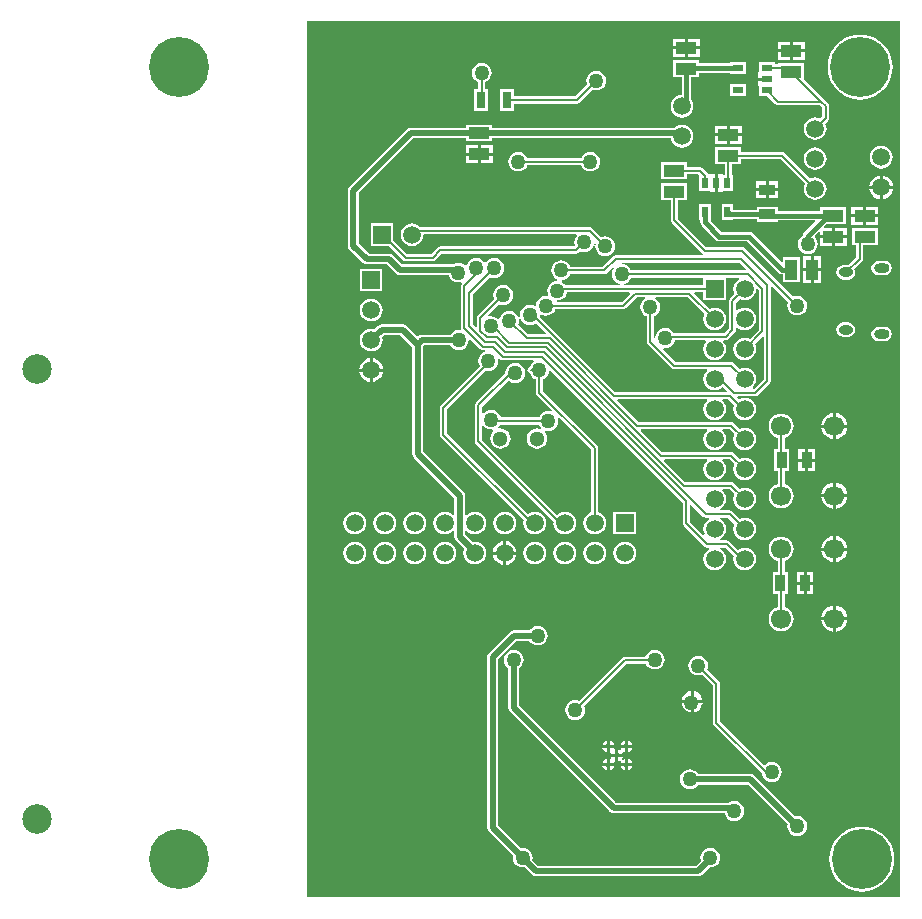
<source format=gbl>
%FSLAX25Y25*%
%MOIN*%
G70*
G01*
G75*
G04 Layer_Physical_Order=4*
G04 Layer_Color=16711680*
%ADD10C,0.01969*%
%ADD11C,0.01000*%
%ADD12R,0.05512X0.03543*%
%ADD13R,0.03543X0.05512*%
%ADD14R,0.04016X0.07008*%
%ADD15R,0.06693X0.03150*%
%ADD16R,0.02756X0.03543*%
%ADD17R,0.05512X0.03150*%
%ADD18O,0.03740X0.00906*%
%ADD19R,0.03740X0.00906*%
%ADD20R,0.00906X0.03740*%
%ADD21R,0.09843X0.09843*%
%ADD22R,0.02756X0.02165*%
%ADD23R,0.12795X0.05118*%
%ADD24R,0.07087X0.01772*%
%ADD25R,0.05709X0.07874*%
%ADD26R,0.03543X0.02756*%
%ADD27R,0.04724X0.04331*%
%ADD28O,0.01181X0.06890*%
%ADD29O,0.06890X0.01181*%
G04:AMPARAMS|DCode=30|XSize=60mil|YSize=40mil|CornerRadius=19.8mil|HoleSize=0mil|Usage=FLASHONLY|Rotation=270.000|XOffset=0mil|YOffset=0mil|HoleType=Round|Shape=RoundedRectangle|*
%AMROUNDEDRECTD30*
21,1,0.06000,0.00040,0,0,270.0*
21,1,0.02040,0.04000,0,0,270.0*
1,1,0.03960,-0.00020,-0.01020*
1,1,0.03960,-0.00020,0.01020*
1,1,0.03960,0.00020,0.01020*
1,1,0.03960,0.00020,-0.01020*
%
%ADD30ROUNDEDRECTD30*%
G04:AMPARAMS|DCode=31|XSize=60mil|YSize=40mil|CornerRadius=19.8mil|HoleSize=0mil|Usage=FLASHONLY|Rotation=180.000|XOffset=0mil|YOffset=0mil|HoleType=Round|Shape=RoundedRectangle|*
%AMROUNDEDRECTD31*
21,1,0.06000,0.00040,0,0,180.0*
21,1,0.02040,0.04000,0,0,180.0*
1,1,0.03960,-0.01020,0.00020*
1,1,0.03960,0.01020,0.00020*
1,1,0.03960,0.01020,-0.00020*
1,1,0.03960,-0.01020,-0.00020*
%
%ADD31ROUNDEDRECTD31*%
%ADD32C,0.00787*%
%ADD33C,0.01500*%
%ADD34C,0.05906*%
%ADD35R,0.05906X0.05906*%
%ADD36C,0.20000*%
%ADD37C,0.20031*%
%ADD38O,0.04724X0.03150*%
%ADD39O,0.05118X0.03150*%
%ADD40C,0.05118*%
%ADD41C,0.09843*%
%ADD42C,0.06693*%
%ADD43R,0.05906X0.05906*%
%ADD44C,0.05000*%
%ADD45C,0.01969*%
%ADD46C,0.04000*%
%ADD47C,0.07543*%
%ADD48C,0.15799*%
%ADD49O,0.08331X0.06756*%
%ADD50O,0.08724X0.06756*%
%ADD51C,0.06756*%
%ADD52C,0.10299*%
%ADD53C,0.08724*%
%ADD54R,0.02362X0.03740*%
%ADD55R,0.07008X0.04016*%
%ADD56R,0.03150X0.05512*%
%ADD57R,0.03740X0.02362*%
G36*
X492687Y306313D02*
X295000D01*
Y598187D01*
X492687D01*
Y306313D01*
D02*
G37*
%LPC*%
G36*
X401000Y424772D02*
X400024Y424644D01*
X399114Y424267D01*
X398333Y423667D01*
X397733Y422886D01*
X397356Y421976D01*
X397228Y421000D01*
X397356Y420024D01*
X397733Y419114D01*
X398333Y418332D01*
X399114Y417733D01*
X400024Y417356D01*
X401000Y417228D01*
X401976Y417356D01*
X402886Y417733D01*
X403667Y418332D01*
X404267Y419114D01*
X404644Y420024D01*
X404772Y421000D01*
X404644Y421976D01*
X404267Y422886D01*
X403667Y423667D01*
X402886Y424267D01*
X401976Y424644D01*
X401000Y424772D01*
D02*
G37*
G36*
X470358Y421811D02*
X466540D01*
X466624Y421176D01*
X467062Y420119D01*
X467758Y419211D01*
X468666Y418514D01*
X469724Y418077D01*
X470358Y417993D01*
Y421811D01*
D02*
G37*
G36*
X381000Y424772D02*
X380024Y424644D01*
X379114Y424267D01*
X378332Y423667D01*
X377733Y422886D01*
X377356Y421976D01*
X377228Y421000D01*
X377356Y420024D01*
X377733Y419114D01*
X378332Y418332D01*
X379114Y417733D01*
X380024Y417356D01*
X381000Y417228D01*
X381976Y417356D01*
X382886Y417733D01*
X383667Y418332D01*
X384267Y419114D01*
X384644Y420024D01*
X384772Y421000D01*
X384644Y421976D01*
X384267Y422886D01*
X383667Y423667D01*
X382886Y424267D01*
X381976Y424644D01*
X381000Y424772D01*
D02*
G37*
G36*
X391000D02*
X390024Y424644D01*
X389114Y424267D01*
X388333Y423667D01*
X387733Y422886D01*
X387356Y421976D01*
X387228Y421000D01*
X387356Y420024D01*
X387733Y419114D01*
X388333Y418332D01*
X389114Y417733D01*
X390024Y417356D01*
X391000Y417228D01*
X391976Y417356D01*
X392886Y417733D01*
X393668Y418332D01*
X394267Y419114D01*
X394644Y420024D01*
X394772Y421000D01*
X394644Y421976D01*
X394267Y422886D01*
X393668Y423667D01*
X392886Y424267D01*
X391976Y424644D01*
X391000Y424772D01*
D02*
G37*
G36*
X361500Y424921D02*
Y421500D01*
X364921D01*
X364851Y422032D01*
X364453Y422993D01*
X363819Y423819D01*
X362993Y424453D01*
X362032Y424851D01*
X361500Y424921D01*
D02*
G37*
G36*
X470358Y426629D02*
X469724Y426546D01*
X468666Y426108D01*
X467758Y425411D01*
X467062Y424503D01*
X466624Y423446D01*
X466540Y422811D01*
X470358D01*
Y426629D01*
D02*
G37*
G36*
X475176Y421811D02*
X471358D01*
Y417993D01*
X471993Y418077D01*
X473050Y418514D01*
X473958Y419211D01*
X474655Y420119D01*
X475093Y421176D01*
X475176Y421811D01*
D02*
G37*
G36*
X360500Y424921D02*
X359968Y424851D01*
X359007Y424453D01*
X358181Y423819D01*
X357547Y422993D01*
X357149Y422032D01*
X357079Y421500D01*
X360500D01*
Y424921D01*
D02*
G37*
G36*
X364921Y420500D02*
X361500D01*
Y417079D01*
X362032Y417149D01*
X362993Y417547D01*
X363819Y418181D01*
X364453Y419007D01*
X364851Y419968D01*
X364921Y420500D01*
D02*
G37*
G36*
X311000Y424772D02*
X310024Y424644D01*
X309114Y424267D01*
X308332Y423667D01*
X307733Y422886D01*
X307356Y421976D01*
X307228Y421000D01*
X307356Y420024D01*
X307733Y419114D01*
X308332Y418332D01*
X309114Y417733D01*
X310024Y417356D01*
X311000Y417228D01*
X311976Y417356D01*
X312886Y417733D01*
X313667Y418332D01*
X314267Y419114D01*
X314644Y420024D01*
X314772Y421000D01*
X314644Y421976D01*
X314267Y422886D01*
X313667Y423667D01*
X312886Y424267D01*
X311976Y424644D01*
X311000Y424772D01*
D02*
G37*
G36*
X463905Y414756D02*
X461634D01*
Y411500D01*
X463905D01*
Y414756D01*
D02*
G37*
G36*
X360500Y420500D02*
X357079D01*
X357149Y419968D01*
X357547Y419007D01*
X358181Y418181D01*
X359007Y417547D01*
X359968Y417149D01*
X360500Y417079D01*
Y420500D01*
D02*
G37*
G36*
X341000Y424772D02*
X340024Y424644D01*
X339114Y424267D01*
X338333Y423667D01*
X337733Y422886D01*
X337356Y421976D01*
X337228Y421000D01*
X337356Y420024D01*
X337733Y419114D01*
X338333Y418332D01*
X339114Y417733D01*
X340024Y417356D01*
X341000Y417228D01*
X341976Y417356D01*
X342886Y417733D01*
X343668Y418332D01*
X344267Y419114D01*
X344644Y420024D01*
X344772Y421000D01*
X344644Y421976D01*
X344267Y422886D01*
X343668Y423667D01*
X342886Y424267D01*
X341976Y424644D01*
X341000Y424772D01*
D02*
G37*
G36*
X371000D02*
X370024Y424644D01*
X369114Y424267D01*
X368333Y423667D01*
X367733Y422886D01*
X367356Y421976D01*
X367228Y421000D01*
X367356Y420024D01*
X367733Y419114D01*
X368333Y418332D01*
X369114Y417733D01*
X370024Y417356D01*
X371000Y417228D01*
X371976Y417356D01*
X372886Y417733D01*
X373668Y418332D01*
X374267Y419114D01*
X374644Y420024D01*
X374772Y421000D01*
X374644Y421976D01*
X374267Y422886D01*
X373668Y423667D01*
X372886Y424267D01*
X371976Y424644D01*
X371000Y424772D01*
D02*
G37*
G36*
X321000D02*
X320024Y424644D01*
X319114Y424267D01*
X318333Y423667D01*
X317733Y422886D01*
X317356Y421976D01*
X317228Y421000D01*
X317356Y420024D01*
X317733Y419114D01*
X318333Y418332D01*
X319114Y417733D01*
X320024Y417356D01*
X321000Y417228D01*
X321976Y417356D01*
X322886Y417733D01*
X323668Y418332D01*
X324267Y419114D01*
X324644Y420024D01*
X324772Y421000D01*
X324644Y421976D01*
X324267Y422886D01*
X323668Y423667D01*
X322886Y424267D01*
X321976Y424644D01*
X321000Y424772D01*
D02*
G37*
G36*
X331000D02*
X330024Y424644D01*
X329114Y424267D01*
X328332Y423667D01*
X327733Y422886D01*
X327356Y421976D01*
X327228Y421000D01*
X327356Y420024D01*
X327733Y419114D01*
X328332Y418332D01*
X329114Y417733D01*
X330024Y417356D01*
X331000Y417228D01*
X331976Y417356D01*
X332886Y417733D01*
X333667Y418332D01*
X334267Y419114D01*
X334644Y420024D01*
X334772Y421000D01*
X334644Y421976D01*
X334267Y422886D01*
X333667Y423667D01*
X332886Y424267D01*
X331976Y424644D01*
X331000Y424772D01*
D02*
G37*
G36*
X471358Y426629D02*
Y422811D01*
X475176D01*
X475093Y423446D01*
X474655Y424503D01*
X473958Y425411D01*
X473050Y426108D01*
X471993Y426546D01*
X471358Y426629D01*
D02*
G37*
G36*
X461134Y451500D02*
X458862D01*
Y448244D01*
X461134D01*
Y451500D01*
D02*
G37*
G36*
X464405D02*
X462134D01*
Y448244D01*
X464405D01*
Y451500D01*
D02*
G37*
G36*
X470358Y444401D02*
X469724Y444317D01*
X468666Y443879D01*
X467758Y443183D01*
X467062Y442275D01*
X466624Y441217D01*
X466540Y440583D01*
X470358D01*
Y444401D01*
D02*
G37*
G36*
X471358D02*
Y440583D01*
X475176D01*
X475093Y441217D01*
X474655Y442275D01*
X473958Y443183D01*
X473050Y443879D01*
X471993Y444317D01*
X471358Y444401D01*
D02*
G37*
G36*
X470358Y462811D02*
X466540D01*
X466624Y462176D01*
X467062Y461119D01*
X467758Y460211D01*
X468666Y459514D01*
X469724Y459076D01*
X470358Y458993D01*
Y462811D01*
D02*
G37*
G36*
X475176D02*
X471358D01*
Y458993D01*
X471993Y459076D01*
X473050Y459514D01*
X473958Y460211D01*
X474655Y461119D01*
X475093Y462176D01*
X475176Y462811D01*
D02*
G37*
G36*
X461134Y455756D02*
X458862D01*
Y452500D01*
X461134D01*
Y455756D01*
D02*
G37*
G36*
X464405D02*
X462134D01*
Y452500D01*
X464405D01*
Y455756D01*
D02*
G37*
G36*
X331000Y434772D02*
X330024Y434644D01*
X329114Y434267D01*
X328332Y433668D01*
X327733Y432886D01*
X327356Y431976D01*
X327228Y431000D01*
X327356Y430024D01*
X327733Y429114D01*
X328332Y428333D01*
X329114Y427733D01*
X330024Y427356D01*
X331000Y427228D01*
X331976Y427356D01*
X332886Y427733D01*
X333667Y428333D01*
X334267Y429114D01*
X334644Y430024D01*
X334772Y431000D01*
X334644Y431976D01*
X334267Y432886D01*
X333667Y433668D01*
X332886Y434267D01*
X331976Y434644D01*
X331000Y434772D01*
D02*
G37*
G36*
X361000D02*
X360024Y434644D01*
X359114Y434267D01*
X358332Y433668D01*
X357733Y432886D01*
X357356Y431976D01*
X357228Y431000D01*
X357356Y430024D01*
X357733Y429114D01*
X358332Y428333D01*
X359114Y427733D01*
X360024Y427356D01*
X361000Y427228D01*
X361976Y427356D01*
X362886Y427733D01*
X363667Y428333D01*
X364267Y429114D01*
X364644Y430024D01*
X364772Y431000D01*
X364644Y431976D01*
X364267Y432886D01*
X363667Y433668D01*
X362886Y434267D01*
X361976Y434644D01*
X361000Y434772D01*
D02*
G37*
G36*
X311000D02*
X310024Y434644D01*
X309114Y434267D01*
X308332Y433668D01*
X307733Y432886D01*
X307356Y431976D01*
X307228Y431000D01*
X307356Y430024D01*
X307733Y429114D01*
X308332Y428333D01*
X309114Y427733D01*
X310024Y427356D01*
X311000Y427228D01*
X311976Y427356D01*
X312886Y427733D01*
X313667Y428333D01*
X314267Y429114D01*
X314644Y430024D01*
X314772Y431000D01*
X314644Y431976D01*
X314267Y432886D01*
X313667Y433668D01*
X312886Y434267D01*
X311976Y434644D01*
X311000Y434772D01*
D02*
G37*
G36*
X321000D02*
X320024Y434644D01*
X319114Y434267D01*
X318333Y433668D01*
X317733Y432886D01*
X317356Y431976D01*
X317228Y431000D01*
X317356Y430024D01*
X317733Y429114D01*
X318333Y428333D01*
X319114Y427733D01*
X320024Y427356D01*
X321000Y427228D01*
X321976Y427356D01*
X322886Y427733D01*
X323668Y428333D01*
X324267Y429114D01*
X324644Y430024D01*
X324772Y431000D01*
X324644Y431976D01*
X324267Y432886D01*
X323668Y433668D01*
X322886Y434267D01*
X321976Y434644D01*
X321000Y434772D01*
D02*
G37*
G36*
X475176Y439583D02*
X471358D01*
Y435765D01*
X471993Y435848D01*
X473050Y436286D01*
X473958Y436983D01*
X474655Y437891D01*
X475093Y438948D01*
X475176Y439583D01*
D02*
G37*
G36*
X453142Y467481D02*
X452063Y467339D01*
X451057Y466922D01*
X450193Y466259D01*
X449531Y465396D01*
X449114Y464390D01*
X448972Y463311D01*
X449114Y462232D01*
X449531Y461226D01*
X450193Y460363D01*
X451057Y459700D01*
X451937Y459335D01*
Y455543D01*
X450807D01*
Y448457D01*
X451937D01*
Y444058D01*
X451057Y443694D01*
X450193Y443031D01*
X449531Y442167D01*
X449114Y441162D01*
X448972Y440083D01*
X449114Y439004D01*
X449531Y437998D01*
X450193Y437134D01*
X451057Y436472D01*
X452063Y436055D01*
X453142Y435913D01*
X454221Y436055D01*
X455227Y436472D01*
X456090Y437134D01*
X456753Y437998D01*
X457169Y439004D01*
X457311Y440083D01*
X457169Y441162D01*
X456753Y442167D01*
X456090Y443031D01*
X455227Y443694D01*
X454346Y444058D01*
Y448457D01*
X455925D01*
Y455543D01*
X454346D01*
Y459335D01*
X455227Y459700D01*
X456090Y460363D01*
X456753Y461226D01*
X457169Y462232D01*
X457311Y463311D01*
X457169Y464390D01*
X456753Y465396D01*
X456090Y466259D01*
X455227Y466922D01*
X454221Y467339D01*
X453142Y467481D01*
D02*
G37*
G36*
X404740Y434740D02*
X397260D01*
Y427260D01*
X404740D01*
Y434740D01*
D02*
G37*
G36*
X470358Y439583D02*
X466540D01*
X466624Y438948D01*
X467062Y437891D01*
X467758Y436983D01*
X468666Y436286D01*
X469724Y435848D01*
X470358Y435765D01*
Y439583D01*
D02*
G37*
G36*
X460634Y414756D02*
X458362D01*
Y411500D01*
X460634D01*
Y414756D01*
D02*
G37*
G36*
X402024Y352424D02*
Y351000D01*
X403447D01*
X403393Y351274D01*
X402954Y351931D01*
X402298Y352369D01*
X402024Y352424D01*
D02*
G37*
G36*
X397854Y353071D02*
X396431D01*
X396485Y352798D01*
X396440Y352707D01*
X396153Y352393D01*
X396000Y352424D01*
Y351000D01*
X397424D01*
X397369Y351273D01*
X397414Y351364D01*
X397701Y351678D01*
X397854Y351647D01*
Y353071D01*
D02*
G37*
G36*
X395000Y352424D02*
X394726Y352369D01*
X394069Y351931D01*
X393631Y351274D01*
X393576Y351000D01*
X395000D01*
Y352424D01*
D02*
G37*
G36*
X400278Y353071D02*
X398854D01*
Y351647D01*
X399129Y351702D01*
X399508Y351955D01*
X399869Y351595D01*
X399655Y351274D01*
X399600Y351000D01*
X401024D01*
Y352424D01*
X400749Y352369D01*
X400370Y352116D01*
X400009Y352476D01*
X400223Y352797D01*
X400278Y353071D01*
D02*
G37*
G36*
X403447Y356024D02*
X402024D01*
Y354600D01*
X402298Y354655D01*
X402954Y355093D01*
X403393Y355749D01*
X403447Y356024D01*
D02*
G37*
G36*
X401024D02*
X399600D01*
X399655Y355749D01*
X399726Y355642D01*
X399366Y355281D01*
X399129Y355440D01*
X398854Y355494D01*
Y354071D01*
X400278D01*
X400223Y354345D01*
X400152Y354452D01*
X400512Y354813D01*
X400749Y354655D01*
X401024Y354600D01*
Y356024D01*
D02*
G37*
G36*
X397424D02*
X396000D01*
Y354600D01*
X396068Y354613D01*
X396194Y354532D01*
X396457Y354229D01*
X396461Y354221D01*
X396431Y354071D01*
X397854D01*
Y355494D01*
X397787Y355481D01*
X397660Y355562D01*
X397397Y355866D01*
X397394Y355874D01*
X397424Y356024D01*
D02*
G37*
G36*
X395000D02*
X393576D01*
X393631Y355749D01*
X394069Y355093D01*
X394726Y354655D01*
X395000Y354600D01*
Y356024D01*
D02*
G37*
G36*
X364000Y388816D02*
X363142Y388703D01*
X362342Y388371D01*
X361655Y387845D01*
X361128Y387158D01*
X360797Y386358D01*
X360684Y385500D01*
X360797Y384642D01*
X361128Y383842D01*
X361655Y383155D01*
X362194Y382742D01*
Y369500D01*
X362331Y368809D01*
X362723Y368223D01*
X396223Y334723D01*
X396809Y334331D01*
X397500Y334194D01*
X434290D01*
X434297Y334142D01*
X434628Y333342D01*
X435155Y332655D01*
X435842Y332129D01*
X436642Y331797D01*
X437500Y331684D01*
X438358Y331797D01*
X439158Y332129D01*
X439845Y332655D01*
X440372Y333342D01*
X440703Y334142D01*
X440816Y335000D01*
X440703Y335858D01*
X440372Y336658D01*
X439845Y337345D01*
X439158Y337872D01*
X438358Y338203D01*
X437500Y338316D01*
X436642Y338203D01*
X435842Y337872D01*
X435757Y337806D01*
X398248D01*
X365806Y370248D01*
Y382742D01*
X366345Y383155D01*
X366872Y383842D01*
X367203Y384642D01*
X367316Y385500D01*
X367203Y386358D01*
X366872Y387158D01*
X366345Y387845D01*
X365658Y388371D01*
X364858Y388703D01*
X364000Y388816D01*
D02*
G37*
G36*
X425500Y386816D02*
X424642Y386703D01*
X423842Y386371D01*
X423155Y385845D01*
X422628Y385158D01*
X422297Y384358D01*
X422184Y383500D01*
X422297Y382642D01*
X422628Y381842D01*
X423155Y381155D01*
X423842Y380628D01*
X424642Y380297D01*
X425500Y380184D01*
X426358Y380297D01*
X426812Y380485D01*
X430296Y377001D01*
Y364500D01*
X430296Y364500D01*
X430387Y364039D01*
X430649Y363649D01*
X446743Y347554D01*
X446797Y347142D01*
X447128Y346342D01*
X447655Y345655D01*
X448342Y345128D01*
X449142Y344797D01*
X450000Y344684D01*
X450858Y344797D01*
X451658Y345128D01*
X452345Y345655D01*
X452872Y346342D01*
X453203Y347142D01*
X453316Y348000D01*
X453203Y348858D01*
X452872Y349658D01*
X452345Y350345D01*
X451658Y350871D01*
X450858Y351203D01*
X450000Y351316D01*
X449142Y351203D01*
X448342Y350871D01*
X447655Y350345D01*
X447377Y350326D01*
X432704Y364999D01*
Y377500D01*
X432613Y377961D01*
X432351Y378351D01*
X428515Y382188D01*
X428703Y382642D01*
X428816Y383500D01*
X428703Y384358D01*
X428371Y385158D01*
X427845Y385845D01*
X427158Y386371D01*
X426358Y386703D01*
X425500Y386816D01*
D02*
G37*
G36*
X480000Y329821D02*
X478307Y329688D01*
X476656Y329291D01*
X475087Y328641D01*
X473640Y327754D01*
X472349Y326651D01*
X471246Y325360D01*
X470359Y323913D01*
X469709Y322344D01*
X469312Y320693D01*
X469179Y319000D01*
X469312Y317307D01*
X469709Y315656D01*
X470359Y314088D01*
X471246Y312640D01*
X472349Y311349D01*
X473640Y310246D01*
X475087Y309359D01*
X476656Y308709D01*
X478307Y308313D01*
X480000Y308179D01*
X481693Y308313D01*
X483344Y308709D01*
X484912Y309359D01*
X486360Y310246D01*
X487651Y311349D01*
X488754Y312640D01*
X489641Y314088D01*
X490291Y315656D01*
X490688Y317307D01*
X490821Y319000D01*
X490688Y320693D01*
X490291Y322344D01*
X489641Y323913D01*
X488754Y325360D01*
X487651Y326651D01*
X486360Y327754D01*
X484912Y328641D01*
X483344Y329291D01*
X481693Y329688D01*
X480000Y329821D01*
D02*
G37*
G36*
X422658Y348944D02*
X421800Y348831D01*
X421000Y348500D01*
X420313Y347973D01*
X419786Y347286D01*
X419455Y346487D01*
X419342Y345628D01*
X419455Y344770D01*
X419786Y343971D01*
X420313Y343284D01*
X421000Y342757D01*
X421800Y342426D01*
X422658Y342313D01*
X423516Y342426D01*
X424316Y342757D01*
X425002Y343284D01*
X425416Y343822D01*
X442123D01*
X455273Y330673D01*
X455184Y330000D01*
X455297Y329142D01*
X455628Y328342D01*
X456155Y327655D01*
X456842Y327129D01*
X457642Y326797D01*
X458500Y326684D01*
X459358Y326797D01*
X460158Y327129D01*
X460845Y327655D01*
X461372Y328342D01*
X461703Y329142D01*
X461816Y330000D01*
X461703Y330858D01*
X461372Y331658D01*
X460845Y332345D01*
X460158Y332872D01*
X459358Y333203D01*
X458500Y333316D01*
X457827Y333227D01*
X444149Y346906D01*
X443563Y347297D01*
X442872Y347435D01*
X425416D01*
X425002Y347973D01*
X424316Y348500D01*
X423516Y348831D01*
X422658Y348944D01*
D02*
G37*
G36*
X401024Y350000D02*
X399600D01*
X399655Y349726D01*
X400093Y349069D01*
X400749Y348631D01*
X401024Y348576D01*
Y350000D01*
D02*
G37*
G36*
X403447D02*
X402024D01*
Y348576D01*
X402298Y348631D01*
X402954Y349069D01*
X403393Y349726D01*
X403447Y350000D01*
D02*
G37*
G36*
X395000D02*
X393576D01*
X393631Y349726D01*
X394069Y349069D01*
X394726Y348631D01*
X395000Y348576D01*
Y350000D01*
D02*
G37*
G36*
X397424D02*
X396000D01*
Y348576D01*
X396274Y348631D01*
X396931Y349069D01*
X397369Y349726D01*
X397424Y350000D01*
D02*
G37*
G36*
X395000Y358447D02*
X394726Y358393D01*
X394069Y357954D01*
X393631Y357298D01*
X393576Y357024D01*
X395000D01*
Y358447D01*
D02*
G37*
G36*
X475176Y398583D02*
X471358D01*
Y394765D01*
X471993Y394848D01*
X473050Y395286D01*
X473958Y395983D01*
X474655Y396891D01*
X475093Y397948D01*
X475176Y398583D01*
D02*
G37*
G36*
X453142Y426481D02*
X452063Y426338D01*
X451057Y425922D01*
X450193Y425259D01*
X449531Y424396D01*
X449114Y423390D01*
X448972Y422311D01*
X449114Y421232D01*
X449531Y420226D01*
X450193Y419363D01*
X451057Y418700D01*
X451937Y418335D01*
Y414543D01*
X450307D01*
Y407457D01*
X451937D01*
Y403058D01*
X451057Y402694D01*
X450193Y402031D01*
X449531Y401167D01*
X449114Y400162D01*
X448972Y399083D01*
X449114Y398004D01*
X449531Y396998D01*
X450193Y396134D01*
X451057Y395472D01*
X452063Y395055D01*
X453142Y394913D01*
X454221Y395055D01*
X455227Y395472D01*
X456090Y396134D01*
X456753Y396998D01*
X457169Y398004D01*
X457311Y399083D01*
X457169Y400162D01*
X456753Y401167D01*
X456090Y402031D01*
X455227Y402694D01*
X454346Y403058D01*
Y407457D01*
X455425D01*
Y414543D01*
X454346D01*
Y418335D01*
X455227Y418700D01*
X456090Y419363D01*
X456753Y420226D01*
X457169Y421232D01*
X457311Y422311D01*
X457169Y423390D01*
X456753Y424396D01*
X456090Y425259D01*
X455227Y425922D01*
X454221Y426338D01*
X453142Y426481D01*
D02*
G37*
G36*
X372000Y396816D02*
X371142Y396703D01*
X370342Y396372D01*
X369655Y395845D01*
X369242Y395306D01*
X364000D01*
X363309Y395169D01*
X362723Y394777D01*
X355723Y387777D01*
X355331Y387191D01*
X355194Y386500D01*
Y329500D01*
X355331Y328809D01*
X355723Y328223D01*
X363773Y320173D01*
X363684Y319500D01*
X363797Y318642D01*
X364128Y317842D01*
X364655Y317155D01*
X365342Y316629D01*
X366142Y316297D01*
X367000Y316184D01*
X367673Y316273D01*
X370223Y313723D01*
X370809Y313331D01*
X371500Y313194D01*
X425500D01*
X426191Y313331D01*
X426777Y313723D01*
X429269Y316215D01*
X429500Y316184D01*
X430358Y316297D01*
X431158Y316629D01*
X431845Y317155D01*
X432372Y317842D01*
X432703Y318642D01*
X432816Y319500D01*
X432703Y320358D01*
X432372Y321158D01*
X431845Y321845D01*
X431158Y322372D01*
X430358Y322703D01*
X429500Y322816D01*
X428642Y322703D01*
X427842Y322372D01*
X427155Y321845D01*
X426628Y321158D01*
X426297Y320358D01*
X426184Y319500D01*
X426297Y318642D01*
X426382Y318437D01*
X424752Y316806D01*
X372248D01*
X370227Y318827D01*
X370316Y319500D01*
X370203Y320358D01*
X369871Y321158D01*
X369345Y321845D01*
X368658Y322372D01*
X367858Y322703D01*
X367000Y322816D01*
X366327Y322727D01*
X358806Y330248D01*
Y385752D01*
X364748Y391694D01*
X369242D01*
X369655Y391155D01*
X370342Y390629D01*
X371142Y390297D01*
X372000Y390184D01*
X372858Y390297D01*
X373658Y390629D01*
X374345Y391155D01*
X374871Y391842D01*
X375203Y392642D01*
X375316Y393500D01*
X375203Y394358D01*
X374871Y395158D01*
X374345Y395845D01*
X373658Y396372D01*
X372858Y396703D01*
X372000Y396816D01*
D02*
G37*
G36*
X470358Y398583D02*
X466540D01*
X466624Y397948D01*
X467062Y396891D01*
X467758Y395983D01*
X468666Y395286D01*
X469724Y394848D01*
X470358Y394765D01*
Y398583D01*
D02*
G37*
G36*
X460634Y410500D02*
X458362D01*
Y407244D01*
X460634D01*
Y410500D01*
D02*
G37*
G36*
X463905D02*
X461634D01*
Y407244D01*
X463905D01*
Y410500D01*
D02*
G37*
G36*
X470358Y403401D02*
X469724Y403317D01*
X468666Y402879D01*
X467758Y402183D01*
X467062Y401275D01*
X466624Y400217D01*
X466540Y399583D01*
X470358D01*
Y403401D01*
D02*
G37*
G36*
X471358D02*
Y399583D01*
X475176D01*
X475093Y400217D01*
X474655Y401275D01*
X473958Y402183D01*
X473050Y402879D01*
X471993Y403317D01*
X471358Y403401D01*
D02*
G37*
G36*
X402024Y358447D02*
Y357024D01*
X403447D01*
X403393Y357298D01*
X402954Y357954D01*
X402298Y358393D01*
X402024Y358447D01*
D02*
G37*
G36*
X423000Y371000D02*
X420036D01*
X420090Y370586D01*
X420443Y369735D01*
X421004Y369004D01*
X421735Y368443D01*
X422586Y368090D01*
X423000Y368036D01*
Y371000D01*
D02*
G37*
G36*
X396000Y358447D02*
Y357024D01*
X397424D01*
X397369Y357298D01*
X396931Y357954D01*
X396274Y358393D01*
X396000Y358447D01*
D02*
G37*
G36*
X401024D02*
X400749Y358393D01*
X400093Y357954D01*
X399655Y357298D01*
X399600Y357024D01*
X401024D01*
Y358447D01*
D02*
G37*
G36*
X424000Y374964D02*
Y372000D01*
X426964D01*
X426910Y372414D01*
X426557Y373265D01*
X425996Y373996D01*
X425265Y374557D01*
X424414Y374910D01*
X424000Y374964D01*
D02*
G37*
G36*
X411000Y388816D02*
X410142Y388703D01*
X409342Y388371D01*
X408655Y387845D01*
X408128Y387158D01*
X407818Y386408D01*
X401000D01*
X400539Y386317D01*
X400383Y386212D01*
X400148Y386056D01*
X400148Y386056D01*
X385812Y371719D01*
X385358Y371907D01*
X384500Y372020D01*
X383642Y371907D01*
X382842Y371576D01*
X382155Y371049D01*
X381628Y370362D01*
X381297Y369562D01*
X381184Y368704D01*
X381297Y367846D01*
X381628Y367046D01*
X382155Y366360D01*
X382842Y365833D01*
X383642Y365501D01*
X384500Y365388D01*
X385358Y365501D01*
X386158Y365833D01*
X386845Y366360D01*
X387371Y367046D01*
X387703Y367846D01*
X387816Y368704D01*
X387703Y369562D01*
X387515Y370016D01*
X401499Y384000D01*
X408063D01*
X408128Y383842D01*
X408655Y383155D01*
X409342Y382628D01*
X410142Y382297D01*
X411000Y382184D01*
X411858Y382297D01*
X412658Y382628D01*
X413345Y383155D01*
X413871Y383842D01*
X414203Y384642D01*
X414316Y385500D01*
X414203Y386358D01*
X413871Y387158D01*
X413345Y387845D01*
X412658Y388371D01*
X411858Y388703D01*
X411000Y388816D01*
D02*
G37*
G36*
X426964Y371000D02*
X424000D01*
Y368036D01*
X424414Y368090D01*
X425265Y368443D01*
X425996Y369004D01*
X426557Y369735D01*
X426910Y370586D01*
X426964Y371000D01*
D02*
G37*
G36*
X423000Y374964D02*
X422586Y374910D01*
X421735Y374557D01*
X421004Y373996D01*
X420443Y373265D01*
X420090Y372414D01*
X420036Y372000D01*
X423000D01*
Y374964D01*
D02*
G37*
G36*
X470358Y467629D02*
X469724Y467546D01*
X468666Y467108D01*
X467758Y466411D01*
X467062Y465503D01*
X466624Y464446D01*
X466540Y463811D01*
X470358D01*
Y467629D01*
D02*
G37*
G36*
X357004Y553496D02*
X353000D01*
Y550988D01*
X357004D01*
Y553496D01*
D02*
G37*
G36*
X389500Y554816D02*
X388642Y554703D01*
X387842Y554372D01*
X387155Y553845D01*
X386629Y553158D01*
X386440Y552704D01*
X368560D01*
X368372Y553158D01*
X367845Y553845D01*
X367158Y554372D01*
X366358Y554703D01*
X365500Y554816D01*
X364642Y554703D01*
X363842Y554372D01*
X363155Y553845D01*
X362629Y553158D01*
X362297Y552358D01*
X362184Y551500D01*
X362297Y550642D01*
X362629Y549842D01*
X363155Y549155D01*
X363842Y548629D01*
X364642Y548297D01*
X365500Y548184D01*
X366358Y548297D01*
X367158Y548629D01*
X367845Y549155D01*
X368372Y549842D01*
X368560Y550296D01*
X386440D01*
X386629Y549842D01*
X387155Y549155D01*
X387842Y548629D01*
X388642Y548297D01*
X389500Y548184D01*
X390358Y548297D01*
X391158Y548629D01*
X391845Y549155D01*
X392372Y549842D01*
X392703Y550642D01*
X392816Y551500D01*
X392703Y552358D01*
X392372Y553158D01*
X391845Y553845D01*
X391158Y554372D01*
X390358Y554703D01*
X389500Y554816D01*
D02*
G37*
G36*
X486500Y556694D02*
X485524Y556565D01*
X484614Y556188D01*
X483833Y555589D01*
X483233Y554807D01*
X482856Y553898D01*
X482728Y552921D01*
X482856Y551945D01*
X483233Y551035D01*
X483833Y550254D01*
X484614Y549654D01*
X485524Y549277D01*
X486500Y549149D01*
X487476Y549277D01*
X488386Y549654D01*
X489167Y550254D01*
X489767Y551035D01*
X490144Y551945D01*
X490272Y552921D01*
X490144Y553898D01*
X489767Y554807D01*
X489167Y555589D01*
X488386Y556188D01*
X487476Y556565D01*
X486500Y556694D01*
D02*
G37*
G36*
X352000Y553496D02*
X347996D01*
Y550988D01*
X352000D01*
Y553496D01*
D02*
G37*
G36*
X356791Y563799D02*
X348209D01*
Y562806D01*
X329723D01*
X329031Y562669D01*
X328445Y562277D01*
X309223Y543055D01*
X308831Y542469D01*
X308694Y541777D01*
Y523500D01*
X308831Y522809D01*
X309223Y522223D01*
X313723Y517723D01*
X314309Y517331D01*
X315000Y517194D01*
X321752D01*
X324723Y514223D01*
X325309Y513831D01*
X326000Y513694D01*
X342290D01*
X342297Y513642D01*
X342629Y512842D01*
X343155Y512155D01*
X343842Y511628D01*
X344642Y511297D01*
X345500Y511184D01*
X346358Y511297D01*
X346527Y511367D01*
X346810Y510943D01*
X346649Y510782D01*
X346387Y510391D01*
X346296Y509930D01*
X346296Y509930D01*
Y496043D01*
X346296Y496043D01*
X346358Y495731D01*
X346107Y495365D01*
X345991Y495275D01*
X345684Y495316D01*
X344826Y495203D01*
X344026Y494872D01*
X343340Y494345D01*
X342927Y493806D01*
X333500D01*
X332809Y493669D01*
X332223Y493277D01*
X332000Y493055D01*
X328277Y496777D01*
X327691Y497169D01*
X327000Y497306D01*
X320000D01*
X319309Y497169D01*
X318723Y496777D01*
X317556Y495611D01*
X317476Y495644D01*
X316500Y495772D01*
X315524Y495644D01*
X314614Y495267D01*
X313832Y494667D01*
X313233Y493886D01*
X312856Y492976D01*
X312728Y492000D01*
X312856Y491024D01*
X313233Y490114D01*
X313832Y489332D01*
X314614Y488733D01*
X315524Y488356D01*
X316500Y488228D01*
X317476Y488356D01*
X318386Y488733D01*
X319167Y489332D01*
X319767Y490114D01*
X320144Y491024D01*
X320272Y492000D01*
X320144Y492976D01*
X320111Y493056D01*
X320748Y493694D01*
X326252D01*
X330194Y489752D01*
Y454000D01*
X330331Y453309D01*
X330723Y452723D01*
X344194Y439252D01*
Y433760D01*
X343720Y433599D01*
X343668Y433668D01*
X342886Y434267D01*
X341976Y434644D01*
X341000Y434772D01*
X340024Y434644D01*
X339114Y434267D01*
X338333Y433668D01*
X337733Y432886D01*
X337356Y431976D01*
X337228Y431000D01*
X337356Y430024D01*
X337733Y429114D01*
X338333Y428333D01*
X339114Y427733D01*
X340024Y427356D01*
X341000Y427228D01*
X341976Y427356D01*
X342886Y427733D01*
X343668Y428333D01*
X343720Y428401D01*
X344194Y428240D01*
Y426500D01*
X344331Y425809D01*
X344723Y425223D01*
X347536Y422410D01*
X347356Y421976D01*
X347228Y421000D01*
X347356Y420024D01*
X347733Y419114D01*
X348333Y418332D01*
X349114Y417733D01*
X350024Y417356D01*
X351000Y417228D01*
X351976Y417356D01*
X352886Y417733D01*
X353667Y418332D01*
X354267Y419114D01*
X354644Y420024D01*
X354772Y421000D01*
X354644Y421976D01*
X354267Y422886D01*
X353667Y423667D01*
X352886Y424267D01*
X351976Y424644D01*
X351000Y424772D01*
X350366Y424689D01*
X347806Y427248D01*
Y428240D01*
X348280Y428401D01*
X348333Y428333D01*
X349114Y427733D01*
X350024Y427356D01*
X351000Y427228D01*
X351976Y427356D01*
X352886Y427733D01*
X353667Y428333D01*
X354267Y429114D01*
X354644Y430024D01*
X354772Y431000D01*
X354644Y431976D01*
X354267Y432886D01*
X353667Y433668D01*
X352886Y434267D01*
X351976Y434644D01*
X351000Y434772D01*
X350024Y434644D01*
X349114Y434267D01*
X348333Y433668D01*
X348280Y433599D01*
X347806Y433760D01*
Y440000D01*
X347669Y440691D01*
X347277Y441277D01*
X333806Y454748D01*
Y489752D01*
X334248Y490194D01*
X342927D01*
X343340Y489655D01*
X344026Y489128D01*
X344826Y488797D01*
X345684Y488684D01*
X346542Y488797D01*
X347342Y489128D01*
X348029Y489655D01*
X348556Y490342D01*
X348887Y491142D01*
X349000Y492000D01*
X348980Y492153D01*
X349453Y492386D01*
X352894Y488946D01*
X352894Y488946D01*
X353284Y488685D01*
X353745Y488593D01*
X354279D01*
X354378Y488094D01*
X353842Y487872D01*
X353155Y487345D01*
X352628Y486658D01*
X352297Y485858D01*
X352184Y485000D01*
X352297Y484142D01*
X352628Y483342D01*
X352633Y483336D01*
X339649Y470352D01*
X339387Y469961D01*
X339296Y469500D01*
X339296Y469500D01*
Y460500D01*
X339296Y460500D01*
X339387Y460039D01*
X339649Y459649D01*
X367352Y431945D01*
X367228Y431000D01*
X367356Y430024D01*
X367733Y429114D01*
X368333Y428333D01*
X369114Y427733D01*
X370024Y427356D01*
X371000Y427228D01*
X371976Y427356D01*
X372886Y427733D01*
X373668Y428333D01*
X374267Y429114D01*
X374644Y430024D01*
X374772Y431000D01*
X374644Y431976D01*
X374267Y432886D01*
X373668Y433668D01*
X372886Y434267D01*
X371976Y434644D01*
X371000Y434772D01*
X370024Y434644D01*
X369114Y434267D01*
X368730Y433973D01*
X341704Y460999D01*
Y469001D01*
X354542Y481839D01*
X354642Y481797D01*
X355500Y481684D01*
X356358Y481797D01*
X357158Y482128D01*
X357845Y482655D01*
X358371Y483342D01*
X358703Y484142D01*
X358816Y485000D01*
X358733Y485630D01*
X359206Y485863D01*
X359496Y485574D01*
X359887Y485313D01*
X360348Y485221D01*
X360348Y485221D01*
X370476D01*
X370646Y484721D01*
X370155Y484345D01*
X369629Y483658D01*
X369409Y483127D01*
X369336Y483113D01*
X368945Y482852D01*
X368684Y482461D01*
X368593Y482000D01*
X368684Y481539D01*
X368945Y481148D01*
X369336Y480887D01*
X369409Y480873D01*
X369629Y480342D01*
X370155Y479655D01*
X370842Y479129D01*
X371296Y478940D01*
Y474500D01*
X371296Y474500D01*
X371387Y474039D01*
X371649Y473649D01*
X376691Y468606D01*
X376408Y468182D01*
X376358Y468203D01*
X375500Y468316D01*
X374642Y468203D01*
X373842Y467872D01*
X373155Y467345D01*
X372628Y466658D01*
X372441Y466204D01*
X359723D01*
X359703Y466358D01*
X359371Y467158D01*
X358845Y467845D01*
X358158Y468371D01*
X357358Y468703D01*
X356500Y468816D01*
X355642Y468703D01*
X354842Y468371D01*
X354155Y467845D01*
X353954Y467582D01*
X353454Y467752D01*
Y469751D01*
X362270Y478567D01*
X362842Y478128D01*
X363642Y477797D01*
X364500Y477684D01*
X365358Y477797D01*
X366158Y478128D01*
X366845Y478655D01*
X367372Y479342D01*
X367703Y480142D01*
X367816Y481000D01*
X367703Y481858D01*
X367372Y482658D01*
X366845Y483345D01*
X366158Y483872D01*
X365358Y484203D01*
X364500Y484316D01*
X363642Y484203D01*
X362842Y483872D01*
X362155Y483345D01*
X361629Y482658D01*
X361297Y481858D01*
X361184Y481000D01*
X361197Y480900D01*
X351398Y471102D01*
X351137Y470711D01*
X351046Y470250D01*
X351046Y470250D01*
Y458250D01*
X351046Y458250D01*
X351137Y457789D01*
X351398Y457399D01*
X377294Y431503D01*
X377228Y431000D01*
X377356Y430024D01*
X377733Y429114D01*
X378332Y428333D01*
X379114Y427733D01*
X380024Y427356D01*
X381000Y427228D01*
X381976Y427356D01*
X382886Y427733D01*
X383667Y428333D01*
X384267Y429114D01*
X384644Y430024D01*
X384772Y431000D01*
X384644Y431976D01*
X384267Y432886D01*
X383667Y433668D01*
X382886Y434267D01*
X381976Y434644D01*
X381000Y434772D01*
X380024Y434644D01*
X379114Y434267D01*
X378447Y433756D01*
X353454Y458749D01*
Y463248D01*
X353954Y463418D01*
X354155Y463155D01*
X354842Y462629D01*
X355642Y462297D01*
X356500Y462184D01*
X356849Y462230D01*
X357389Y461805D01*
X357398Y461730D01*
X357175Y461560D01*
X356639Y460860D01*
X356301Y460046D01*
X356186Y459173D01*
X356301Y458299D01*
X356639Y457485D01*
X357175Y456786D01*
X357874Y456250D01*
X358688Y455912D01*
X359562Y455797D01*
X360435Y455912D01*
X361249Y456250D01*
X361948Y456786D01*
X362485Y457485D01*
X362822Y458299D01*
X362937Y459173D01*
X362822Y460046D01*
X362485Y460860D01*
X361948Y461560D01*
X361249Y462096D01*
X360435Y462433D01*
X359562Y462548D01*
X358732Y462439D01*
X358696Y462468D01*
X358621Y462984D01*
X358845Y463155D01*
X359336Y463796D01*
X372441D01*
X372628Y463342D01*
X373037Y462810D01*
X372722Y462399D01*
X372640Y462433D01*
X371766Y462548D01*
X370893Y462433D01*
X370079Y462096D01*
X369380Y461560D01*
X368843Y460860D01*
X368506Y460046D01*
X368391Y459173D01*
X368506Y458299D01*
X368843Y457485D01*
X369380Y456786D01*
X370079Y456250D01*
X370893Y455912D01*
X371766Y455797D01*
X372640Y455912D01*
X373454Y456250D01*
X374153Y456786D01*
X374690Y457485D01*
X375027Y458299D01*
X375142Y459173D01*
X375027Y460046D01*
X374690Y460860D01*
X374267Y461411D01*
X374582Y461822D01*
X374642Y461797D01*
X375500Y461684D01*
X376358Y461797D01*
X377158Y462128D01*
X377845Y462655D01*
X378372Y463342D01*
X378703Y464142D01*
X378816Y465000D01*
X378703Y465858D01*
X378682Y465907D01*
X379106Y466191D01*
X389796Y455501D01*
Y434550D01*
X389114Y434267D01*
X388333Y433668D01*
X387733Y432886D01*
X387356Y431976D01*
X387228Y431000D01*
X387356Y430024D01*
X387733Y429114D01*
X388333Y428333D01*
X389114Y427733D01*
X390024Y427356D01*
X391000Y427228D01*
X391976Y427356D01*
X392886Y427733D01*
X393668Y428333D01*
X394267Y429114D01*
X394644Y430024D01*
X394772Y431000D01*
X394644Y431976D01*
X394267Y432886D01*
X393668Y433668D01*
X392886Y434267D01*
X392204Y434550D01*
Y456000D01*
X392113Y456461D01*
X391851Y456851D01*
X373704Y474999D01*
Y478940D01*
X374158Y479129D01*
X374845Y479655D01*
X375372Y480342D01*
X375703Y481142D01*
X375763Y481600D01*
X376291Y481779D01*
X420296Y437774D01*
Y431000D01*
X420296Y431000D01*
X420387Y430539D01*
X420648Y430149D01*
X427648Y423148D01*
X428039Y422887D01*
X428500Y422796D01*
X428500Y422796D01*
X429038D01*
X429137Y422296D01*
X429068Y422267D01*
X428287Y421667D01*
X427687Y420886D01*
X427310Y419976D01*
X427182Y419000D01*
X427310Y418024D01*
X427687Y417114D01*
X428287Y416332D01*
X429068Y415733D01*
X429978Y415356D01*
X430954Y415228D01*
X431931Y415356D01*
X432840Y415733D01*
X433622Y416332D01*
X434221Y417114D01*
X434598Y418024D01*
X434727Y419000D01*
X434598Y419976D01*
X434221Y420886D01*
X433622Y421667D01*
X432840Y422267D01*
X432771Y422296D01*
X432870Y422796D01*
X434501D01*
X437313Y419984D01*
X437310Y419976D01*
X437182Y419000D01*
X437310Y418024D01*
X437687Y417114D01*
X438287Y416332D01*
X439068Y415733D01*
X439978Y415356D01*
X440954Y415228D01*
X441931Y415356D01*
X442840Y415733D01*
X443622Y416332D01*
X444221Y417114D01*
X444598Y418024D01*
X444727Y419000D01*
X444598Y419976D01*
X444221Y420886D01*
X443622Y421667D01*
X442840Y422267D01*
X441931Y422644D01*
X440954Y422772D01*
X439978Y422644D01*
X439068Y422267D01*
X438710Y421993D01*
X435851Y424852D01*
X435461Y425113D01*
X435000Y425204D01*
X435000Y425204D01*
X432870D01*
X432771Y425704D01*
X432840Y425733D01*
X433622Y426333D01*
X434221Y427114D01*
X434598Y428024D01*
X434727Y429000D01*
X434598Y429976D01*
X434221Y430886D01*
X433622Y431668D01*
X432840Y432267D01*
X432771Y432296D01*
X432870Y432796D01*
X435455D01*
X437593Y430658D01*
X437310Y429976D01*
X437182Y429000D01*
X437310Y428024D01*
X437687Y427114D01*
X438287Y426333D01*
X439068Y425733D01*
X439978Y425356D01*
X440954Y425228D01*
X441931Y425356D01*
X442840Y425733D01*
X443622Y426333D01*
X444221Y427114D01*
X444598Y428024D01*
X444727Y429000D01*
X444598Y429976D01*
X444221Y430886D01*
X443622Y431668D01*
X442840Y432267D01*
X441931Y432644D01*
X440954Y432772D01*
X439978Y432644D01*
X439296Y432361D01*
X436806Y434852D01*
X436415Y435113D01*
X435954Y435204D01*
X435954Y435204D01*
X432870D01*
X432771Y435704D01*
X432840Y435733D01*
X433622Y436333D01*
X434221Y437114D01*
X434598Y438024D01*
X434727Y439000D01*
X434598Y439976D01*
X434221Y440886D01*
X433622Y441668D01*
X433455Y441796D01*
X433624Y442296D01*
X435955D01*
X437593Y440658D01*
X437310Y439976D01*
X437182Y439000D01*
X437310Y438024D01*
X437687Y437114D01*
X438287Y436333D01*
X439068Y435733D01*
X439978Y435356D01*
X440954Y435228D01*
X441931Y435356D01*
X442840Y435733D01*
X443622Y436333D01*
X444221Y437114D01*
X444598Y438024D01*
X444727Y439000D01*
X444598Y439976D01*
X444221Y440886D01*
X443622Y441668D01*
X442840Y442267D01*
X441931Y442644D01*
X440954Y442772D01*
X439978Y442644D01*
X439296Y442361D01*
X437306Y444351D01*
X436915Y444613D01*
X436454Y444704D01*
X436454Y444704D01*
X421226D01*
X414096Y451834D01*
X414288Y452296D01*
X428284D01*
X428454Y451796D01*
X428287Y451667D01*
X427687Y450886D01*
X427310Y449976D01*
X427182Y449000D01*
X427310Y448024D01*
X427687Y447114D01*
X428287Y446333D01*
X429068Y445733D01*
X429978Y445356D01*
X430954Y445228D01*
X431931Y445356D01*
X432840Y445733D01*
X433622Y446333D01*
X434221Y447114D01*
X434598Y448024D01*
X434727Y449000D01*
X434598Y449976D01*
X434221Y450886D01*
X433622Y451667D01*
X433455Y451796D01*
X433624Y452296D01*
X435955D01*
X437593Y450658D01*
X437310Y449976D01*
X437182Y449000D01*
X437310Y448024D01*
X437687Y447114D01*
X438287Y446333D01*
X439068Y445733D01*
X439978Y445356D01*
X440954Y445228D01*
X441931Y445356D01*
X442840Y445733D01*
X443622Y446333D01*
X444221Y447114D01*
X444598Y448024D01*
X444727Y449000D01*
X444598Y449976D01*
X444221Y450886D01*
X443622Y451667D01*
X442840Y452267D01*
X441931Y452644D01*
X440954Y452772D01*
X439978Y452644D01*
X439296Y452361D01*
X437306Y454352D01*
X436915Y454613D01*
X436454Y454704D01*
X436454Y454704D01*
X413453D01*
X406323Y461834D01*
X406515Y462296D01*
X428284D01*
X428454Y461796D01*
X428287Y461667D01*
X427687Y460886D01*
X427310Y459976D01*
X427182Y459000D01*
X427310Y458024D01*
X427687Y457114D01*
X428287Y456332D01*
X429068Y455733D01*
X429978Y455356D01*
X430954Y455228D01*
X431931Y455356D01*
X432840Y455733D01*
X433622Y456332D01*
X434221Y457114D01*
X434598Y458024D01*
X434727Y459000D01*
X434598Y459976D01*
X434221Y460886D01*
X433622Y461667D01*
X433455Y461796D01*
X433624Y462296D01*
X435955D01*
X437593Y460658D01*
X437310Y459976D01*
X437182Y459000D01*
X437310Y458024D01*
X437687Y457114D01*
X438287Y456332D01*
X439068Y455733D01*
X439978Y455356D01*
X440954Y455228D01*
X441931Y455356D01*
X442840Y455733D01*
X443622Y456332D01*
X444221Y457114D01*
X444598Y458024D01*
X444727Y459000D01*
X444598Y459976D01*
X444221Y460886D01*
X443622Y461667D01*
X442840Y462267D01*
X441931Y462644D01*
X440954Y462772D01*
X439978Y462644D01*
X439296Y462361D01*
X437306Y464352D01*
X436915Y464613D01*
X436454Y464704D01*
X436454Y464704D01*
X405680D01*
X398551Y471834D01*
X398742Y472296D01*
X428284D01*
X428454Y471796D01*
X428287Y471667D01*
X427687Y470886D01*
X427310Y469976D01*
X427182Y469000D01*
X427310Y468024D01*
X427687Y467114D01*
X428287Y466332D01*
X429068Y465733D01*
X429978Y465356D01*
X430954Y465228D01*
X431931Y465356D01*
X432840Y465733D01*
X433622Y466332D01*
X434221Y467114D01*
X434598Y468024D01*
X434727Y469000D01*
X434598Y469976D01*
X434221Y470886D01*
X433622Y471667D01*
X433455Y471796D01*
X433624Y472296D01*
X435571D01*
X437480Y470387D01*
X437310Y469976D01*
X437182Y469000D01*
X437310Y468024D01*
X437687Y467114D01*
X438287Y466332D01*
X439068Y465733D01*
X439978Y465356D01*
X440954Y465228D01*
X441931Y465356D01*
X442840Y465733D01*
X443622Y466332D01*
X444221Y467114D01*
X444598Y468024D01*
X444727Y469000D01*
X444598Y469976D01*
X444221Y470886D01*
X443622Y471667D01*
X442840Y472267D01*
X441931Y472644D01*
X440954Y472772D01*
X439978Y472644D01*
X439068Y472267D01*
X439033Y472240D01*
X438439Y472834D01*
X438630Y473296D01*
X444500D01*
X444500Y473296D01*
X444961Y473387D01*
X445352Y473649D01*
X449352Y477648D01*
X449352Y477648D01*
X449508Y477883D01*
X449613Y478039D01*
X449704Y478500D01*
Y509886D01*
X450204Y510093D01*
X455485Y504812D01*
X455297Y504358D01*
X455184Y503500D01*
X455297Y502642D01*
X455628Y501842D01*
X456155Y501155D01*
X456842Y500629D01*
X457642Y500297D01*
X458500Y500184D01*
X459358Y500297D01*
X460158Y500629D01*
X460845Y501155D01*
X461372Y501842D01*
X461703Y502642D01*
X461816Y503500D01*
X461703Y504358D01*
X461372Y505158D01*
X460845Y505845D01*
X460158Y506371D01*
X459358Y506703D01*
X458500Y506816D01*
X457642Y506703D01*
X457188Y506515D01*
X441102Y522602D01*
X440711Y522863D01*
X440250Y522954D01*
X440250Y522954D01*
X428245D01*
X418704Y532495D01*
Y538701D01*
X421791D01*
Y544291D01*
X413209D01*
Y538701D01*
X416296D01*
Y531996D01*
X416296Y531996D01*
X416387Y531535D01*
X416648Y531145D01*
X426895Y520898D01*
X427185Y520704D01*
X427095Y520204D01*
X398000D01*
X397539Y520113D01*
X397383Y520008D01*
X397148Y519851D01*
X397148Y519851D01*
X393733Y516436D01*
X382902D01*
X382714Y516890D01*
X382187Y517577D01*
X381501Y518104D01*
X380701Y518435D01*
X379843Y518548D01*
X378984Y518435D01*
X378185Y518104D01*
X377498Y517577D01*
X376971Y516890D01*
X376640Y516090D01*
X376527Y515232D01*
X376640Y514374D01*
X376971Y513574D01*
X377498Y512888D01*
X378185Y512361D01*
X378335Y512298D01*
X378268Y511785D01*
X377642Y511703D01*
X376842Y511372D01*
X376155Y510845D01*
X375628Y510158D01*
X375297Y509358D01*
X375184Y508500D01*
X375297Y507642D01*
X375496Y507163D01*
X375144Y506705D01*
X374735Y506758D01*
X373877Y506646D01*
X373077Y506314D01*
X372390Y505787D01*
X371863Y505101D01*
X371532Y504301D01*
X371434Y503556D01*
X371322Y503437D01*
X371190Y503351D01*
X370940Y503252D01*
X370289Y503521D01*
X369431Y503635D01*
X368573Y503521D01*
X367773Y503190D01*
X367087Y502663D01*
X366560Y501977D01*
X366228Y501177D01*
X366115Y500319D01*
X366228Y499461D01*
X366560Y498661D01*
X367087Y497974D01*
X367773Y497447D01*
X368573Y497116D01*
X369431Y497003D01*
X370289Y497116D01*
X371089Y497447D01*
X371468Y497738D01*
X374815Y494391D01*
X374623Y493929D01*
X368774D01*
X365515Y497188D01*
X365703Y497642D01*
X365816Y498500D01*
X365703Y499358D01*
X365371Y500158D01*
X364845Y500845D01*
X364158Y501371D01*
X363358Y501703D01*
X362500Y501816D01*
X361642Y501703D01*
X360842Y501371D01*
X360155Y500845D01*
X359629Y500158D01*
X359297Y499358D01*
X359285Y499264D01*
X358758Y499096D01*
X358232Y499500D01*
X357433Y499831D01*
X356575Y499944D01*
X355745Y499835D01*
X355706Y499868D01*
X355522Y500319D01*
X359188Y503985D01*
X359642Y503797D01*
X360500Y503684D01*
X361358Y503797D01*
X362158Y504129D01*
X362845Y504655D01*
X363371Y505342D01*
X363703Y506142D01*
X363816Y507000D01*
X363703Y507858D01*
X363371Y508658D01*
X362845Y509345D01*
X362158Y509871D01*
X361358Y510203D01*
X360500Y510316D01*
X359642Y510203D01*
X358842Y509871D01*
X358155Y509345D01*
X357628Y508658D01*
X357297Y507858D01*
X357184Y507000D01*
X357297Y506142D01*
X357485Y505688D01*
X352042Y500245D01*
X351781Y499854D01*
X351689Y499394D01*
X351689Y499394D01*
Y496437D01*
X351227Y496246D01*
X350279Y497194D01*
Y507076D01*
X356188Y512985D01*
X356642Y512797D01*
X357500Y512684D01*
X358358Y512797D01*
X359158Y513129D01*
X359845Y513655D01*
X360371Y514342D01*
X360703Y515142D01*
X360816Y516000D01*
X360703Y516858D01*
X360371Y517658D01*
X359845Y518345D01*
X359158Y518871D01*
X358358Y519203D01*
X357500Y519316D01*
X356642Y519203D01*
X355842Y518871D01*
X355155Y518345D01*
X354801Y517882D01*
X354781Y517872D01*
X354220D01*
X354199Y517882D01*
X353845Y518345D01*
X353158Y518871D01*
X352358Y519203D01*
X351500Y519316D01*
X350642Y519203D01*
X349842Y518871D01*
X349155Y518345D01*
X348628Y517658D01*
X348356Y517000D01*
X347944Y516875D01*
X347796Y516882D01*
X347158Y517372D01*
X346358Y517703D01*
X345500Y517816D01*
X344642Y517703D01*
X343842Y517372D01*
X343757Y517306D01*
X326748D01*
X323777Y520277D01*
X323191Y520669D01*
X322500Y520806D01*
X315748D01*
X312306Y524248D01*
Y541029D01*
X330471Y559194D01*
X348209D01*
Y558209D01*
X356791D01*
Y559194D01*
X416438D01*
X416470Y558948D01*
X416847Y558038D01*
X417446Y557257D01*
X418228Y556658D01*
X419137Y556281D01*
X420114Y556152D01*
X421090Y556281D01*
X422000Y556658D01*
X422781Y557257D01*
X423381Y558038D01*
X423758Y558948D01*
X423886Y559925D01*
X423758Y560901D01*
X423381Y561811D01*
X422781Y562592D01*
X422000Y563192D01*
X421090Y563568D01*
X420114Y563697D01*
X419137Y563568D01*
X418228Y563192D01*
X417726Y562806D01*
X356791D01*
Y563799D01*
D02*
G37*
G36*
X435000Y560004D02*
X430996D01*
Y557496D01*
X435000D01*
Y560004D01*
D02*
G37*
G36*
X352000Y557004D02*
X347996D01*
Y554496D01*
X352000D01*
Y557004D01*
D02*
G37*
G36*
X357004D02*
X353000D01*
Y554496D01*
X357004D01*
Y557004D01*
D02*
G37*
G36*
X464500Y556272D02*
X463524Y556144D01*
X462614Y555767D01*
X461833Y555167D01*
X461233Y554386D01*
X460856Y553476D01*
X460728Y552500D01*
X460856Y551524D01*
X461233Y550614D01*
X461833Y549832D01*
X462614Y549233D01*
X463524Y548856D01*
X464500Y548728D01*
X465476Y548856D01*
X466386Y549233D01*
X467168Y549832D01*
X467767Y550614D01*
X468144Y551524D01*
X468272Y552500D01*
X468144Y553476D01*
X467767Y554386D01*
X467168Y555167D01*
X466386Y555767D01*
X465476Y556144D01*
X464500Y556272D01*
D02*
G37*
G36*
X452256Y541634D02*
X449000D01*
Y539362D01*
X452256D01*
Y541634D01*
D02*
G37*
G36*
X421791Y551299D02*
X413209D01*
Y545709D01*
X421791D01*
Y547300D01*
X425424D01*
X425791Y546980D01*
X425791D01*
Y541665D01*
X429319D01*
Y541453D01*
X431000D01*
Y544323D01*
Y547193D01*
X429319D01*
X429319Y547193D01*
X428841Y547247D01*
X428611Y547592D01*
X428611Y547592D01*
X426848Y549356D01*
X426457Y549616D01*
X425996Y549708D01*
X425996Y549708D01*
X421791D01*
Y551299D01*
D02*
G37*
G36*
X490421Y542421D02*
X487000D01*
Y539000D01*
X487532Y539070D01*
X488493Y539468D01*
X489319Y540102D01*
X489953Y540928D01*
X490351Y541889D01*
X490421Y542421D01*
D02*
G37*
G36*
X448000Y541634D02*
X444744D01*
Y539362D01*
X448000D01*
Y541634D01*
D02*
G37*
G36*
X486000Y546842D02*
X485468Y546772D01*
X484507Y546374D01*
X483681Y545740D01*
X483047Y544915D01*
X482649Y543953D01*
X482579Y543421D01*
X486000D01*
Y546842D01*
D02*
G37*
G36*
X487000D02*
Y543421D01*
X490421D01*
X490351Y543953D01*
X489953Y544915D01*
X489319Y545740D01*
X488493Y546374D01*
X487532Y546772D01*
X487000Y546842D01*
D02*
G37*
G36*
X448000Y544906D02*
X444744D01*
Y542634D01*
X448000D01*
Y544906D01*
D02*
G37*
G36*
X452256D02*
X449000D01*
Y542634D01*
X452256D01*
Y544906D01*
D02*
G37*
G36*
X421000Y589004D02*
X416996D01*
Y586496D01*
X421000D01*
Y589004D01*
D02*
G37*
G36*
X426004D02*
X422000D01*
Y586496D01*
X426004D01*
Y589004D01*
D02*
G37*
G36*
X456000Y588004D02*
X451996D01*
Y585496D01*
X456000D01*
Y588004D01*
D02*
G37*
G36*
X461004D02*
X457000D01*
Y585496D01*
X461004D01*
Y588004D01*
D02*
G37*
G36*
X421000Y592512D02*
X416996D01*
Y590004D01*
X421000D01*
Y592512D01*
D02*
G37*
G36*
X426004D02*
X422000D01*
Y590004D01*
X426004D01*
Y592512D01*
D02*
G37*
G36*
X456000Y591512D02*
X451996D01*
Y589004D01*
X456000D01*
Y591512D01*
D02*
G37*
G36*
X461004D02*
X457000D01*
Y589004D01*
X461004D01*
Y591512D01*
D02*
G37*
G36*
X425791Y585291D02*
X417209D01*
Y579701D01*
X419933D01*
Y573673D01*
X419137Y573568D01*
X418228Y573191D01*
X417446Y572592D01*
X416847Y571811D01*
X416470Y570901D01*
X416341Y569924D01*
X416470Y568948D01*
X416847Y568038D01*
X417446Y567257D01*
X418228Y566657D01*
X419137Y566281D01*
X420114Y566152D01*
X421090Y566281D01*
X422000Y566657D01*
X422781Y567257D01*
X423381Y568038D01*
X423758Y568948D01*
X423886Y569924D01*
X423758Y570901D01*
X423381Y571811D01*
X423068Y572219D01*
Y579701D01*
X425791D01*
Y581173D01*
X436020D01*
Y580772D01*
X441335D01*
Y584709D01*
X436020D01*
Y584308D01*
X425791D01*
Y585291D01*
D02*
G37*
G36*
X440004Y563512D02*
X436000D01*
Y561004D01*
X440004D01*
Y563512D01*
D02*
G37*
G36*
X450980Y584709D02*
X445665D01*
Y581181D01*
X445453D01*
Y579500D01*
X448323D01*
Y578500D01*
X445453D01*
Y576819D01*
X445665D01*
Y573291D01*
X448588D01*
X451231Y570648D01*
X451622Y570387D01*
X452083Y570296D01*
X452083Y570296D01*
X466001D01*
X466796Y569501D01*
Y566499D01*
X466158Y565861D01*
X465476Y566144D01*
X464500Y566272D01*
X463524Y566144D01*
X462614Y565767D01*
X461833Y565168D01*
X461233Y564386D01*
X460856Y563476D01*
X460728Y562500D01*
X460856Y561524D01*
X461233Y560614D01*
X461833Y559832D01*
X462614Y559233D01*
X463524Y558856D01*
X464500Y558728D01*
X465476Y558856D01*
X466386Y559233D01*
X467168Y559832D01*
X467767Y560614D01*
X468144Y561524D01*
X468272Y562500D01*
X468144Y563476D01*
X467861Y564158D01*
X468852Y565148D01*
X468852Y565148D01*
X469113Y565539D01*
X469204Y566000D01*
X469204Y566000D01*
Y570000D01*
X469204Y570000D01*
X469113Y570461D01*
X468852Y570852D01*
X467351Y572352D01*
X467351Y572352D01*
X460791Y578912D01*
Y584291D01*
X452209D01*
Y583944D01*
X450980D01*
Y584709D01*
D02*
G37*
G36*
X440004Y560004D02*
X436000D01*
Y557496D01*
X440004D01*
Y560004D01*
D02*
G37*
G36*
X435000Y563512D02*
X430996D01*
Y561004D01*
X435000D01*
Y563512D01*
D02*
G37*
G36*
X391500Y581816D02*
X390642Y581703D01*
X389842Y581371D01*
X389155Y580845D01*
X388629Y580158D01*
X388297Y579358D01*
X388184Y578500D01*
X388297Y577642D01*
X388485Y577188D01*
X384501Y573204D01*
X364193D01*
Y575543D01*
X359469D01*
Y568457D01*
X364193D01*
Y570796D01*
X385000D01*
X385000Y570796D01*
X385461Y570887D01*
X385852Y571148D01*
X390188Y575485D01*
X390642Y575297D01*
X391500Y575184D01*
X392358Y575297D01*
X393158Y575629D01*
X393845Y576155D01*
X394372Y576842D01*
X394703Y577642D01*
X394816Y578500D01*
X394703Y579358D01*
X394372Y580158D01*
X393845Y580845D01*
X393158Y581371D01*
X392358Y581703D01*
X391500Y581816D01*
D02*
G37*
G36*
X441335Y577228D02*
X436020D01*
Y573291D01*
X441335D01*
Y577228D01*
D02*
G37*
G36*
X353297Y584458D02*
X352439Y584345D01*
X351639Y584013D01*
X350953Y583486D01*
X350426Y582800D01*
X350094Y582000D01*
X349981Y581142D01*
X350094Y580284D01*
X350426Y579484D01*
X350953Y578797D01*
X351639Y578270D01*
X352093Y578082D01*
Y575543D01*
X350807D01*
Y568457D01*
X355532D01*
Y575543D01*
X354502D01*
Y578082D01*
X354955Y578270D01*
X355642Y578797D01*
X356169Y579484D01*
X356500Y580284D01*
X356613Y581142D01*
X356500Y582000D01*
X356169Y582800D01*
X355642Y583486D01*
X354955Y584013D01*
X354155Y584345D01*
X353297Y584458D01*
D02*
G37*
G36*
X479500Y593837D02*
X477805Y593703D01*
X476151Y593306D01*
X474580Y592656D01*
X473130Y591767D01*
X471837Y590663D01*
X470733Y589370D01*
X469844Y587920D01*
X469194Y586349D01*
X468797Y584695D01*
X468663Y583000D01*
X468797Y581305D01*
X469194Y579651D01*
X469844Y578080D01*
X470733Y576630D01*
X471837Y575337D01*
X473130Y574233D01*
X474580Y573345D01*
X476151Y572694D01*
X477805Y572297D01*
X479500Y572163D01*
X481195Y572297D01*
X482849Y572694D01*
X484420Y573345D01*
X485870Y574233D01*
X487163Y575337D01*
X488267Y576630D01*
X489155Y578080D01*
X489806Y579651D01*
X490203Y581305D01*
X490337Y583000D01*
X490203Y584695D01*
X489806Y586349D01*
X489155Y587920D01*
X488267Y589370D01*
X487163Y590663D01*
X485870Y591767D01*
X484420Y592656D01*
X482849Y593306D01*
X481195Y593703D01*
X479500Y593837D01*
D02*
G37*
G36*
X486000Y542421D02*
X482579D01*
X482649Y541889D01*
X483047Y540928D01*
X483681Y540102D01*
X484507Y539468D01*
X485468Y539070D01*
X486000Y539000D01*
Y542421D01*
D02*
G37*
G36*
X463004Y515000D02*
X460496D01*
Y510996D01*
X463004D01*
Y515000D01*
D02*
G37*
G36*
X320240Y515740D02*
X312760D01*
Y508260D01*
X320240D01*
Y515740D01*
D02*
G37*
G36*
X316500Y505772D02*
X315524Y505644D01*
X314614Y505267D01*
X313832Y504668D01*
X313233Y503886D01*
X312856Y502976D01*
X312728Y502000D01*
X312856Y501024D01*
X313233Y500114D01*
X313832Y499333D01*
X314614Y498733D01*
X315524Y498356D01*
X316500Y498228D01*
X317476Y498356D01*
X318386Y498733D01*
X319167Y499333D01*
X319767Y500114D01*
X320144Y501024D01*
X320272Y502000D01*
X320144Y502976D01*
X319767Y503886D01*
X319167Y504668D01*
X318386Y505267D01*
X317476Y505644D01*
X316500Y505772D01*
D02*
G37*
G36*
X466512Y515000D02*
X464004D01*
Y510996D01*
X466512D01*
Y515000D01*
D02*
G37*
G36*
X487626Y518471D02*
X485658D01*
X484736Y518288D01*
X483954Y517766D01*
X483432Y516985D01*
X483249Y516063D01*
X483432Y515141D01*
X483954Y514360D01*
X484736Y513838D01*
X485658Y513655D01*
X487626D01*
X488548Y513838D01*
X489329Y514360D01*
X489851Y515141D01*
X490034Y516063D01*
X489851Y516985D01*
X489329Y517766D01*
X488548Y518288D01*
X487626Y518471D01*
D02*
G37*
G36*
X485291Y529291D02*
X476709D01*
Y523701D01*
X478087D01*
Y519644D01*
X475418Y516975D01*
X473925D01*
X473003Y516792D01*
X472222Y516270D01*
X471700Y515489D01*
X471517Y514567D01*
X471700Y513645D01*
X472222Y512864D01*
X473003Y512342D01*
X473925Y512158D01*
X475500D01*
X476422Y512342D01*
X477203Y512864D01*
X477725Y513645D01*
X477909Y514567D01*
X477725Y515489D01*
X477570Y515721D01*
X480143Y518294D01*
X480143Y518294D01*
X480404Y518685D01*
X480496Y519146D01*
Y523701D01*
X485291D01*
Y529291D01*
D02*
G37*
G36*
X429728Y537335D02*
X425791D01*
Y532020D01*
X426192D01*
Y531240D01*
X426292Y530740D01*
X426312Y530640D01*
X426651Y530132D01*
X431392Y525392D01*
X431900Y525052D01*
X432500Y524932D01*
X441851D01*
X452392Y514392D01*
X452900Y514052D01*
X453000Y514032D01*
X453500Y513933D01*
X453701D01*
Y511209D01*
X459291D01*
Y519791D01*
X453701D01*
Y518169D01*
X453239Y517978D01*
X443608Y527608D01*
X443100Y527948D01*
X443000Y527968D01*
X442500Y528067D01*
X433149D01*
X429697Y531520D01*
X429728Y532020D01*
X429728D01*
Y537335D01*
D02*
G37*
G36*
X320421Y481500D02*
X317000D01*
Y478079D01*
X317532Y478149D01*
X318493Y478547D01*
X319319Y479181D01*
X319953Y480007D01*
X320351Y480968D01*
X320421Y481500D01*
D02*
G37*
G36*
X316000D02*
X312579D01*
X312649Y480968D01*
X313047Y480007D01*
X313681Y479181D01*
X314507Y478547D01*
X315468Y478149D01*
X316000Y478079D01*
Y481500D01*
D02*
G37*
G36*
X471358Y467629D02*
Y463811D01*
X475176D01*
X475093Y464446D01*
X474655Y465503D01*
X473958Y466411D01*
X473050Y467108D01*
X471993Y467546D01*
X471358Y467629D01*
D02*
G37*
G36*
X316000Y485921D02*
X315468Y485851D01*
X314507Y485453D01*
X313681Y484819D01*
X313047Y483993D01*
X312649Y483032D01*
X312579Y482500D01*
X316000D01*
Y485921D01*
D02*
G37*
G36*
X475500Y497881D02*
X473925D01*
X473003Y497697D01*
X472222Y497176D01*
X471700Y496394D01*
X471517Y495472D01*
X471700Y494551D01*
X472222Y493769D01*
X473003Y493247D01*
X473925Y493064D01*
X475500D01*
X476422Y493247D01*
X477203Y493769D01*
X477725Y494551D01*
X477909Y495472D01*
X477725Y496394D01*
X477203Y497176D01*
X476422Y497697D01*
X475500Y497881D01*
D02*
G37*
G36*
X487626Y496385D02*
X485658D01*
X484736Y496202D01*
X483954Y495679D01*
X483432Y494898D01*
X483249Y493976D01*
X483432Y493055D01*
X483954Y492273D01*
X484736Y491751D01*
X485658Y491568D01*
X487626D01*
X488548Y491751D01*
X489329Y492273D01*
X489851Y493055D01*
X490034Y493976D01*
X489851Y494898D01*
X489329Y495679D01*
X488548Y496202D01*
X487626Y496385D01*
D02*
G37*
G36*
X317000Y485921D02*
Y482500D01*
X320421D01*
X320351Y483032D01*
X319953Y483993D01*
X319319Y484819D01*
X318493Y485453D01*
X317532Y485851D01*
X317000Y485921D01*
D02*
G37*
G36*
X480500Y533004D02*
X476496D01*
Y530496D01*
X480500D01*
Y533004D01*
D02*
G37*
G36*
X470000Y525996D02*
X465996D01*
Y523488D01*
X470000D01*
Y525996D01*
D02*
G37*
G36*
X485504Y533004D02*
X481500D01*
Y530496D01*
X485504D01*
Y533004D01*
D02*
G37*
G36*
X475004Y525996D02*
X471000D01*
Y523488D01*
X475004D01*
Y525996D01*
D02*
G37*
G36*
X437209Y537335D02*
X433272D01*
Y532020D01*
X437209D01*
Y532299D01*
X444957D01*
Y531307D01*
X452043D01*
Y531936D01*
X464283D01*
X464474Y531474D01*
X460892Y527892D01*
X460552Y527383D01*
X460532Y527283D01*
X460460Y526920D01*
X460342Y526871D01*
X459655Y526345D01*
X459129Y525658D01*
X458797Y524858D01*
X458684Y524000D01*
X458797Y523142D01*
X459129Y522342D01*
X459655Y521655D01*
X460342Y521129D01*
X461142Y520797D01*
X462000Y520684D01*
X462858Y520797D01*
X463658Y521129D01*
X464345Y521655D01*
X464872Y522342D01*
X465203Y523142D01*
X465316Y524000D01*
X465203Y524858D01*
X464872Y525658D01*
X464345Y526345D01*
X464325Y526360D01*
X464292Y526859D01*
X465534Y528100D01*
X465996Y527909D01*
Y526996D01*
X470000D01*
Y529504D01*
X467591D01*
X467400Y529966D01*
X468142Y530709D01*
X474791D01*
Y536299D01*
X466209D01*
Y535072D01*
X452043D01*
Y536425D01*
X444957D01*
Y535434D01*
X437209D01*
Y537335D01*
D02*
G37*
G36*
X475004Y529504D02*
X471000D01*
Y526996D01*
X475004D01*
Y529504D01*
D02*
G37*
G36*
X463004Y520004D02*
X460496D01*
Y516000D01*
X463004D01*
Y520004D01*
D02*
G37*
G36*
X485504Y536512D02*
X481500D01*
Y534004D01*
X485504D01*
Y536512D01*
D02*
G37*
G36*
X439791Y556291D02*
X431209D01*
Y550701D01*
X434296D01*
Y546980D01*
X433681D01*
Y547193D01*
X432000D01*
Y544323D01*
Y541453D01*
X433681D01*
Y541665D01*
X437209D01*
Y546980D01*
X436704D01*
Y550701D01*
X439791D01*
Y552292D01*
X453005D01*
X461139Y544158D01*
X460856Y543476D01*
X460728Y542500D01*
X460856Y541524D01*
X461233Y540614D01*
X461833Y539832D01*
X462614Y539233D01*
X463524Y538856D01*
X464500Y538728D01*
X465476Y538856D01*
X466386Y539233D01*
X467168Y539832D01*
X467767Y540614D01*
X468144Y541524D01*
X468272Y542500D01*
X468144Y543476D01*
X467767Y544386D01*
X467168Y545167D01*
X466386Y545767D01*
X465476Y546144D01*
X464500Y546272D01*
X463524Y546144D01*
X462842Y545861D01*
X454355Y554348D01*
X453965Y554609D01*
X453504Y554700D01*
X453504Y554700D01*
X439791D01*
Y556291D01*
D02*
G37*
G36*
X330051Y530926D02*
X329075Y530797D01*
X328165Y530421D01*
X327384Y529821D01*
X326784Y529040D01*
X326407Y528130D01*
X326279Y527154D01*
X326407Y526177D01*
X326784Y525267D01*
X327384Y524486D01*
X328165Y523887D01*
X329075Y523510D01*
X330051Y523381D01*
X331028Y523510D01*
X331937Y523887D01*
X332719Y524486D01*
X333318Y525267D01*
X333695Y526177D01*
X333824Y527154D01*
X333948Y527296D01*
X384784D01*
X385031Y526796D01*
X384655Y526306D01*
X384324Y525507D01*
X384211Y524649D01*
X384324Y523790D01*
X384360Y523704D01*
X384026Y523204D01*
X339500D01*
X339039Y523113D01*
X338883Y523008D01*
X338649Y522852D01*
X338649Y522852D01*
X336501Y520704D01*
X328499D01*
X323791Y525412D01*
Y530894D01*
X316311D01*
Y523414D01*
X322383D01*
X327149Y518648D01*
X327149Y518648D01*
X327539Y518387D01*
X328000Y518296D01*
X337000D01*
X337000Y518296D01*
X337461Y518387D01*
X337852Y518648D01*
X339999Y520796D01*
X384878D01*
X384878Y520796D01*
X385339Y520887D01*
X385730Y521148D01*
X386215Y521634D01*
X386669Y521446D01*
X387527Y521333D01*
X388385Y521446D01*
X389185Y521777D01*
X389872Y522304D01*
X390398Y522991D01*
X390730Y523790D01*
X390773Y524121D01*
X391304Y524322D01*
X391350Y524282D01*
X391297Y524155D01*
X391184Y523297D01*
X391297Y522439D01*
X391629Y521639D01*
X392156Y520952D01*
X392842Y520425D01*
X393642Y520094D01*
X394500Y519981D01*
X395358Y520094D01*
X396158Y520425D01*
X396845Y520952D01*
X397372Y521639D01*
X397703Y522439D01*
X397816Y523297D01*
X397703Y524155D01*
X397372Y524955D01*
X396845Y525641D01*
X396158Y526168D01*
X395358Y526500D01*
X394500Y526613D01*
X393642Y526500D01*
X393188Y526312D01*
X390148Y529352D01*
X389758Y529613D01*
X389297Y529704D01*
X389297Y529704D01*
X332808D01*
X332719Y529821D01*
X331937Y530421D01*
X331028Y530797D01*
X330051Y530926D01*
D02*
G37*
G36*
X466512Y520004D02*
X464004D01*
Y516000D01*
X466512D01*
Y520004D01*
D02*
G37*
G36*
X480500Y536512D02*
X476496D01*
Y534004D01*
X480500D01*
Y536512D01*
D02*
G37*
%LPD*%
G36*
X427148Y433148D02*
X427148Y433148D01*
X427539Y432887D01*
X428000Y432796D01*
X429038D01*
X429137Y432296D01*
X429068Y432267D01*
X428287Y431668D01*
X427687Y430886D01*
X427310Y429976D01*
X427182Y429000D01*
X427310Y428024D01*
X427610Y427300D01*
X427186Y427017D01*
X422704Y431499D01*
Y436939D01*
X423166Y437131D01*
X427148Y433148D01*
D02*
G37*
G36*
X427214Y512740D02*
Y510279D01*
X400753D01*
X400720Y510779D01*
X400858Y510797D01*
X401658Y511129D01*
X402345Y511655D01*
X402872Y512342D01*
X403059Y512796D01*
X426737D01*
X427214Y512740D01*
D02*
G37*
G36*
X397328Y515918D02*
X397129Y515658D01*
X396797Y514858D01*
X396684Y514000D01*
X396797Y513142D01*
X397129Y512342D01*
X397655Y511655D01*
X398342Y511129D01*
X399142Y510797D01*
X399280Y510779D01*
X399247Y510279D01*
X381279D01*
X380845Y510845D01*
X380158Y511372D01*
X380008Y511434D01*
X380075Y511947D01*
X380701Y512029D01*
X381501Y512361D01*
X382187Y512888D01*
X382714Y513574D01*
X382902Y514028D01*
X394232D01*
X394232Y514028D01*
X394693Y514120D01*
X395084Y514381D01*
X396951Y516248D01*
X397328Y515918D01*
D02*
G37*
G36*
X441428Y515666D02*
X441236Y515204D01*
X403059D01*
X402872Y515658D01*
X402345Y516345D01*
X401658Y516872D01*
X400858Y517203D01*
X400152Y517296D01*
X400185Y517796D01*
X439298D01*
X441428Y515666D01*
D02*
G37*
G36*
X402706Y507409D02*
X399944Y504647D01*
X378267D01*
X378234Y504715D01*
X378411Y505027D01*
X378556Y505192D01*
X379358Y505297D01*
X380158Y505628D01*
X380845Y506155D01*
X381371Y506842D01*
X381703Y507642D01*
X381733Y507871D01*
X402514D01*
X402706Y507409D01*
D02*
G37*
G36*
X407657Y506214D02*
X407743Y505796D01*
X407155Y505345D01*
X406629Y504658D01*
X406297Y503858D01*
X406184Y503000D01*
X406297Y502142D01*
X406629Y501342D01*
X407155Y500655D01*
X407842Y500129D01*
X408296Y499940D01*
Y491500D01*
X408296Y491500D01*
X408387Y491039D01*
X408648Y490649D01*
X416648Y482649D01*
X417039Y482387D01*
X417500Y482296D01*
X417500Y482296D01*
X428284D01*
X428454Y481796D01*
X428287Y481668D01*
X427687Y480886D01*
X427310Y479976D01*
X427182Y479000D01*
X427310Y478024D01*
X427687Y477114D01*
X428287Y476333D01*
X429068Y475733D01*
X429978Y475356D01*
X430954Y475228D01*
X431931Y475356D01*
X432840Y475733D01*
X433622Y476333D01*
X433753Y476341D01*
X434928Y475166D01*
X434736Y474704D01*
X397907D01*
X372770Y499841D01*
X372850Y500232D01*
X373319Y500471D01*
X373877Y500240D01*
X374735Y500127D01*
X375593Y500240D01*
X376393Y500571D01*
X377080Y501098D01*
X377606Y501785D01*
X377794Y502239D01*
X400443D01*
X400443Y502239D01*
X400904Y502330D01*
X401294Y502591D01*
X404999Y506296D01*
X407613D01*
X407657Y506214D01*
D02*
G37*
G36*
X439137Y512296D02*
X439068Y512267D01*
X438287Y511667D01*
X437687Y510886D01*
X437310Y509976D01*
X437182Y509000D01*
X437310Y508024D01*
X437593Y507342D01*
X435969Y505718D01*
X435708Y505327D01*
X435616Y504866D01*
X435616Y504866D01*
Y495819D01*
X434135Y494338D01*
X417373D01*
X417372Y494342D01*
X416845Y495029D01*
X416158Y495556D01*
X415358Y495887D01*
X414500Y496000D01*
X413642Y495887D01*
X412842Y495556D01*
X412155Y495029D01*
X411628Y494342D01*
X411297Y493542D01*
X411204Y492836D01*
X410704Y492869D01*
Y499940D01*
X411158Y500129D01*
X411845Y500655D01*
X412371Y501342D01*
X412703Y502142D01*
X412816Y503000D01*
X412703Y503858D01*
X412371Y504658D01*
X411845Y505345D01*
X411257Y505796D01*
X411343Y506214D01*
X411387Y506296D01*
X421955D01*
X427593Y500658D01*
X427310Y499976D01*
X427182Y499000D01*
X427310Y498024D01*
X427687Y497114D01*
X428287Y496333D01*
X429068Y495733D01*
X429978Y495356D01*
X430954Y495228D01*
X431931Y495356D01*
X432840Y495733D01*
X433622Y496333D01*
X434221Y497114D01*
X434598Y498024D01*
X434727Y499000D01*
X434598Y499976D01*
X434221Y500886D01*
X433622Y501667D01*
X432840Y502267D01*
X431931Y502644D01*
X430954Y502772D01*
X429978Y502644D01*
X429296Y502361D01*
X424249Y507409D01*
X424440Y507871D01*
X427214D01*
Y505260D01*
X434694D01*
Y512740D01*
X435171Y512796D01*
X439038D01*
X439137Y512296D01*
D02*
G37*
G36*
X445721Y508576D02*
Y495470D01*
X442613Y492361D01*
X441931Y492644D01*
X440954Y492772D01*
X439978Y492644D01*
X439068Y492267D01*
X438287Y491668D01*
X437687Y490886D01*
X437310Y489976D01*
X437182Y489000D01*
X437310Y488024D01*
X437687Y487114D01*
X438287Y486333D01*
X439068Y485733D01*
X439978Y485356D01*
X440954Y485228D01*
X441931Y485356D01*
X442840Y485733D01*
X443622Y486333D01*
X444221Y487114D01*
X444598Y488024D01*
X444727Y489000D01*
X444598Y489976D01*
X444316Y490658D01*
X446834Y493177D01*
X447296Y492985D01*
Y478999D01*
X444093Y475796D01*
X443797Y475837D01*
X443662Y476218D01*
X443644Y476362D01*
X444221Y477114D01*
X444598Y478024D01*
X444727Y479000D01*
X444598Y479976D01*
X444221Y480886D01*
X443622Y481668D01*
X442840Y482267D01*
X441931Y482644D01*
X440954Y482772D01*
X439978Y482644D01*
X439296Y482361D01*
X437306Y484351D01*
X436915Y484613D01*
X436454Y484704D01*
X436454Y484704D01*
X417999D01*
X413739Y488964D01*
X413972Y489438D01*
X414500Y489368D01*
X415358Y489481D01*
X416158Y489813D01*
X416845Y490340D01*
X417372Y491026D01*
X417703Y491826D01*
X417716Y491930D01*
X427858D01*
X428104Y491430D01*
X427687Y490886D01*
X427310Y489976D01*
X427182Y489000D01*
X427310Y488024D01*
X427687Y487114D01*
X428287Y486333D01*
X429068Y485733D01*
X429978Y485356D01*
X430954Y485228D01*
X431931Y485356D01*
X432840Y485733D01*
X433622Y486333D01*
X434221Y487114D01*
X434598Y488024D01*
X434727Y489000D01*
X434598Y489976D01*
X434221Y490886D01*
X433804Y491430D01*
X434051Y491930D01*
X434634D01*
X434634Y491930D01*
X435095Y492021D01*
X435485Y492282D01*
X437672Y494469D01*
X437933Y494860D01*
X438025Y495320D01*
X438025Y495320D01*
Y495903D01*
X438525Y496150D01*
X439068Y495733D01*
X439978Y495356D01*
X440954Y495228D01*
X441931Y495356D01*
X442840Y495733D01*
X443622Y496333D01*
X444221Y497114D01*
X444598Y498024D01*
X444727Y499000D01*
X444598Y499976D01*
X444221Y500886D01*
X443622Y501667D01*
X442840Y502267D01*
X441931Y502644D01*
X440954Y502772D01*
X439978Y502644D01*
X439068Y502267D01*
X438525Y501850D01*
X438025Y502097D01*
Y504367D01*
X439296Y505639D01*
X439978Y505356D01*
X440954Y505228D01*
X441931Y505356D01*
X442840Y505733D01*
X443622Y506332D01*
X444221Y507114D01*
X444598Y508024D01*
X444711Y508879D01*
X445171Y509126D01*
X445721Y508576D01*
D02*
G37*
D10*
X357000Y329500D02*
Y386500D01*
X367000Y319500D02*
X371500Y315000D01*
X425500D01*
X429500Y319000D01*
X422658Y345628D02*
X442872D01*
X458500Y330000D01*
X436500Y336000D02*
X437500Y335000D01*
X357000Y329500D02*
X367000Y319500D01*
X364000Y393500D02*
X372000D01*
X357000Y386500D02*
X364000Y393500D01*
Y369500D02*
Y385500D01*
Y369500D02*
X397500Y336000D01*
X436500D01*
X332000Y454000D02*
Y490500D01*
X327000Y495500D02*
X332000Y490500D01*
X320000Y495500D02*
X327000D01*
X316500Y492000D02*
X320000Y495500D01*
X333500Y492000D02*
X345684D01*
X332000Y490500D02*
X333500Y492000D01*
X315000Y519000D02*
X322500D01*
X310500Y523500D02*
X315000Y519000D01*
X310500Y523500D02*
Y541777D01*
X322500Y519000D02*
X326000Y515500D01*
X344500D01*
X345500Y514500D01*
X310500Y541777D02*
X329723Y561000D01*
X419038D01*
X420114Y559925D01*
X346000Y426500D02*
X350500Y422000D01*
X346000Y426500D02*
Y440000D01*
X332000Y454000D02*
X346000Y440000D01*
D12*
X448500Y542134D02*
D03*
Y533866D02*
D03*
D13*
X461634Y452000D02*
D03*
X453366D02*
D03*
X452866Y411000D02*
D03*
X461134D02*
D03*
D14*
X456496Y515500D02*
D03*
X463504D02*
D03*
D32*
X369000Y432000D02*
X370500D01*
X429500Y319000D02*
Y319500D01*
X410704Y385204D02*
X411000Y385500D01*
X401000Y385204D02*
X410704D01*
X384500Y368704D02*
X401000Y385204D01*
X425500Y382500D02*
Y383500D01*
X357000Y465000D02*
X375500D01*
X356500Y465500D02*
X357000Y465000D01*
X378500Y432000D02*
X380500D01*
X372500Y474500D02*
X391000Y456000D01*
Y431000D02*
Y456000D01*
X352250Y458250D02*
Y470250D01*
Y458250D02*
X378500Y432000D01*
X369797Y482000D02*
X372500D01*
Y474500D02*
Y482000D01*
X340500Y460500D02*
X369000Y432000D01*
X340500Y460500D02*
Y469500D01*
X355500Y484500D01*
Y485000D01*
X364500Y481000D02*
Y482500D01*
X352250Y470250D02*
X364500Y482500D01*
X374000Y488000D02*
X428000Y434000D01*
X351500Y513930D02*
Y516000D01*
X347500Y509930D02*
X351500Y513930D01*
X435954Y434000D02*
X440954Y429000D01*
X428000Y434000D02*
X435954D01*
X421500Y431000D02*
Y438273D01*
X373348Y486425D02*
X421500Y438273D01*
Y431000D02*
X428500Y424000D01*
X435000D01*
X440000Y419000D01*
X440954D01*
X425500Y383500D02*
X431500Y377500D01*
Y364500D02*
Y377500D01*
Y364500D02*
X448000Y348000D01*
X450000D01*
X414500Y492684D02*
X414950Y493134D01*
X436820Y504866D02*
X440954Y509000D01*
X414950Y493134D02*
X434634D01*
X436820Y495320D01*
Y504866D01*
X400000Y514000D02*
X442000D01*
X417500Y483500D02*
X436454D01*
X440954Y479000D01*
X374652Y489575D02*
X420727Y443500D01*
X436454D01*
X440954Y439000D01*
X361925Y489575D02*
X374652D01*
X360348Y486425D02*
X373348D01*
X361000Y488000D02*
X374000D01*
X352893Y495104D02*
X355050Y492947D01*
X354398Y491373D02*
X357627D01*
X361000Y488000D01*
X353745Y489798D02*
X356975D01*
X360348Y486425D01*
X347500Y496043D02*
X353745Y489798D01*
X349075Y496695D02*
X354398Y491373D01*
X352893Y495104D02*
Y499394D01*
X358553Y492947D02*
X361925Y489575D01*
X355050Y492947D02*
X358553D01*
X352893Y499394D02*
X360500Y507000D01*
X349075Y496695D02*
Y507575D01*
X347500Y496043D02*
Y509930D01*
X349075Y507575D02*
X357500Y516000D01*
X356575Y496629D02*
X357099D01*
X362578Y491150D01*
X375305D01*
X412954Y453500D01*
X436454D01*
X440954Y449000D01*
X362500Y498500D02*
X368276Y492724D01*
X375957D01*
X405181Y463500D01*
X436454D01*
X440954Y459000D01*
X369431Y500319D02*
X370590D01*
X397408Y473500D01*
X430954Y479000D02*
X432797D01*
X437297Y474500D01*
X444500D01*
X397408Y473500D02*
X436070D01*
X440570Y469000D02*
X440954D01*
X436070Y473500D02*
X440570Y469000D01*
X409500Y491500D02*
X417500Y483500D01*
X409500Y491500D02*
Y503000D01*
X422454Y507500D02*
X430954Y499000D01*
X430879Y509075D02*
X430954Y509000D01*
X379075Y509075D02*
X430879D01*
X378500Y508500D02*
X379075Y509075D01*
X374735Y503443D02*
X400443D01*
X404500Y507500D01*
X422454D01*
X379843Y515232D02*
X394232D01*
X453142Y399634D02*
Y422311D01*
X452866Y399358D02*
X453142Y399083D01*
X394232Y515232D02*
X398000Y519000D01*
X453142Y440083D02*
Y463311D01*
X389297Y528500D02*
X394500Y523297D01*
X353297Y572128D02*
Y581142D01*
X353169Y572000D02*
X353297Y572128D01*
X361831Y572000D02*
X385000D01*
X391500Y578500D01*
X365500Y551500D02*
X389500D01*
X384878Y522000D02*
X387527Y524649D01*
X337000Y519500D02*
X339500Y522000D01*
X384878D01*
X328000Y519500D02*
X337000D01*
X331398Y528500D02*
X389297D01*
X330051Y527154D02*
X331398Y528500D01*
X320199Y527301D02*
X328000Y519500D01*
X398000Y519000D02*
X439797D01*
X444500Y474500D02*
X448500Y478500D01*
Y510297D01*
X439797Y519000D02*
X448500Y510297D01*
X440954Y489000D02*
X446925Y494971D01*
Y509075D01*
X442000Y514000D02*
X446925Y509075D01*
X479291Y519146D02*
Y526287D01*
X474713Y514567D02*
X479291Y519146D01*
X469827Y534177D02*
X470500Y533504D01*
X448323Y575260D02*
X449063Y576000D01*
X448323Y582740D02*
X455260D01*
X448323Y575260D02*
X452083Y571500D01*
X466500D01*
X455260Y582740D02*
X466500Y571500D01*
X464500Y562500D02*
X468000Y566000D01*
Y570000D01*
X466500Y571500D02*
X468000Y570000D01*
X427746Y521750D02*
X440250D01*
X458500Y503500D01*
X435500Y553496D02*
X453504D01*
X464500Y542500D01*
X435500Y544583D02*
Y553496D01*
X435240Y544323D02*
X435500Y544583D01*
X417500Y531996D02*
Y541496D01*
Y531996D02*
X427746Y521750D01*
X427760Y544323D02*
Y546740D01*
X425996Y548504D02*
X427760Y546740D01*
X417500Y548504D02*
X425996D01*
D33*
X421744Y582740D02*
X438677D01*
X421500Y582496D02*
X421744Y582740D01*
X421500Y571311D02*
Y582496D01*
X420114Y569924D02*
X421500Y571311D01*
X462000Y524000D02*
Y526783D01*
X468721Y533504D01*
X448500Y533866D02*
X448862Y533504D01*
X468721D01*
X470500D01*
X436051Y533866D02*
X448500D01*
X435240Y534677D02*
X436051Y533866D01*
X453500Y515500D02*
X456496D01*
X442500Y526500D02*
X453500Y515500D01*
X427760Y531240D02*
Y534677D01*
Y531240D02*
X432500Y526500D01*
X442500D01*
D34*
X311000Y421000D02*
D03*
Y431000D02*
D03*
X321000Y421000D02*
D03*
Y431000D02*
D03*
X331000Y421000D02*
D03*
Y431000D02*
D03*
X341000Y421000D02*
D03*
Y431000D02*
D03*
X351000Y421000D02*
D03*
Y431000D02*
D03*
X361000Y421000D02*
D03*
Y431000D02*
D03*
X371000Y421000D02*
D03*
Y431000D02*
D03*
X381000Y421000D02*
D03*
Y431000D02*
D03*
X391000Y421000D02*
D03*
Y431000D02*
D03*
X401000Y421000D02*
D03*
X330051Y527154D02*
D03*
X486500Y542921D02*
D03*
Y552921D02*
D03*
X464500Y542500D02*
D03*
Y552500D02*
D03*
Y562500D02*
D03*
X440954Y419000D02*
D03*
X430954D02*
D03*
X440954Y429000D02*
D03*
X430954D02*
D03*
X440954Y439000D02*
D03*
X430954D02*
D03*
X440954Y449000D02*
D03*
X430954D02*
D03*
X440954Y459000D02*
D03*
X430954D02*
D03*
X440954Y469000D02*
D03*
X430954D02*
D03*
X440954Y479000D02*
D03*
X430954D02*
D03*
X440954Y489000D02*
D03*
X430954D02*
D03*
X440954Y499000D02*
D03*
X430954D02*
D03*
X440954Y509000D02*
D03*
X316500Y502000D02*
D03*
Y492000D02*
D03*
Y482000D02*
D03*
X420114Y569924D02*
D03*
Y559925D02*
D03*
D35*
X401000Y431000D02*
D03*
X320051Y527154D02*
D03*
D36*
X480000Y319000D02*
D03*
X252500D02*
D03*
Y583000D02*
D03*
D37*
X479500D02*
D03*
D38*
X474713Y495472D02*
D03*
Y514567D02*
D03*
D39*
X486642Y493976D02*
D03*
Y516063D02*
D03*
D40*
X371766Y459173D02*
D03*
X359562D02*
D03*
D41*
X205000Y332500D02*
D03*
Y482500D02*
D03*
D42*
X470858Y463311D02*
D03*
X453142Y440083D02*
D03*
Y463311D02*
D03*
X470858Y440083D02*
D03*
Y422311D02*
D03*
X453142Y399083D02*
D03*
Y422311D02*
D03*
X470858Y399083D02*
D03*
D43*
X430954Y509000D02*
D03*
X316500Y512000D02*
D03*
D44*
X399000Y449500D02*
D03*
Y441500D02*
D03*
X465500Y497000D02*
D03*
X476000Y546500D02*
D03*
X478000Y564500D02*
D03*
X409500Y524500D02*
D03*
X418500D02*
D03*
X397500Y586000D02*
D03*
X405500Y574500D02*
D03*
X405000Y583500D02*
D03*
X394500Y593000D02*
D03*
X405000D02*
D03*
X384000D02*
D03*
X484000Y480500D02*
D03*
X462500Y357000D02*
D03*
X468000Y387500D02*
D03*
X458500Y378000D02*
D03*
X449000Y368500D02*
D03*
Y378000D02*
D03*
Y387500D02*
D03*
X458500D02*
D03*
X423000Y371000D02*
D03*
X462500Y431500D02*
D03*
X461500Y472500D02*
D03*
X328000Y509000D02*
D03*
X316500Y447500D02*
D03*
X324500Y454500D02*
D03*
X375000Y405000D02*
D03*
X362000D02*
D03*
X462500Y344500D02*
D03*
X474000D02*
D03*
Y357500D02*
D03*
X484000Y344000D02*
D03*
Y357500D02*
D03*
Y370000D02*
D03*
X341500Y386000D02*
D03*
Y375500D02*
D03*
X324500Y376000D02*
D03*
X307000D02*
D03*
Y386500D02*
D03*
X324500D02*
D03*
X324000Y400000D02*
D03*
X307500D02*
D03*
X333000Y330500D02*
D03*
X323000D02*
D03*
X351000Y322000D02*
D03*
X341000D02*
D03*
X333000D02*
D03*
X323000D02*
D03*
X313500D02*
D03*
X303000Y322500D02*
D03*
X359500Y312500D02*
D03*
X351000Y313000D02*
D03*
X341000D02*
D03*
X333000D02*
D03*
X323000D02*
D03*
X313500D02*
D03*
X303000D02*
D03*
X313500Y330500D02*
D03*
X303000D02*
D03*
X372000Y393500D02*
D03*
X422658Y345628D02*
D03*
X384500Y368704D02*
D03*
X425500Y383500D02*
D03*
X400000Y514000D02*
D03*
X411000Y385500D02*
D03*
X367000Y319500D02*
D03*
X429500D02*
D03*
X364000Y385500D02*
D03*
X437500Y335000D02*
D03*
X458500Y330000D02*
D03*
X356500Y465500D02*
D03*
X375500Y465000D02*
D03*
X345684Y492000D02*
D03*
X372500Y482000D02*
D03*
X355500Y485000D02*
D03*
X364500Y481000D02*
D03*
X414500Y492684D02*
D03*
X345500Y514500D02*
D03*
X387527Y524649D02*
D03*
X351500Y516000D02*
D03*
X450000Y348000D02*
D03*
X360500Y507000D02*
D03*
X374735Y503443D02*
D03*
X378500Y508500D02*
D03*
X356575Y496629D02*
D03*
X369431Y500319D02*
D03*
X362500Y498500D02*
D03*
X379843Y515232D02*
D03*
X357500Y516000D02*
D03*
X394500Y523297D02*
D03*
X409500Y503000D02*
D03*
X353297Y581142D02*
D03*
X391500Y578500D02*
D03*
X365500Y551500D02*
D03*
X389500D02*
D03*
X458500Y503500D02*
D03*
X462000Y524000D02*
D03*
X301500Y523000D02*
D03*
D45*
X398354Y353571D02*
D03*
X395500Y356524D02*
D03*
X401524D02*
D03*
X395500Y350500D02*
D03*
X401524D02*
D03*
D54*
X427760Y534677D02*
D03*
X435240D02*
D03*
Y544323D02*
D03*
X431500D02*
D03*
X427760D02*
D03*
D55*
X470500Y526496D02*
D03*
Y533504D02*
D03*
X435500Y560504D02*
D03*
Y553496D02*
D03*
X417500Y541496D02*
D03*
Y548504D02*
D03*
X421500Y589504D02*
D03*
Y582496D02*
D03*
X481000Y533504D02*
D03*
Y526496D02*
D03*
X456500Y588504D02*
D03*
Y581496D02*
D03*
X352500Y553996D02*
D03*
Y561004D02*
D03*
D56*
X361831Y572000D02*
D03*
X353169D02*
D03*
D57*
X438677Y582740D02*
D03*
Y575260D02*
D03*
X448323D02*
D03*
Y579000D02*
D03*
Y582740D02*
D03*
M02*

</source>
